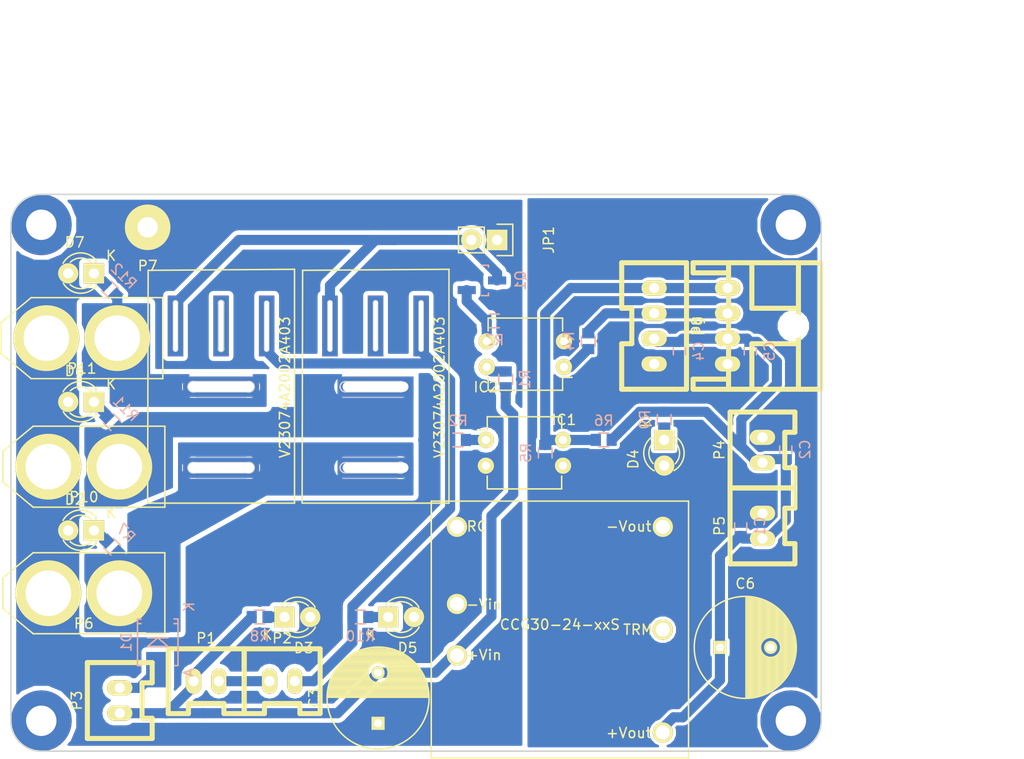
<source format=kicad_pcb>
(kicad_pcb (version 20171130) (host pcbnew "(5.0.2)-1")

  (general
    (thickness 1.6)
    (drawings 52)
    (tracks 122)
    (zones 0)
    (modules 43)
    (nets 27)
  )

  (page A4)
  (layers
    (0 F.Cu signal)
    (31 B.Cu signal)
    (32 B.Adhes user)
    (33 F.Adhes user)
    (34 B.Paste user)
    (35 F.Paste user)
    (36 B.SilkS user)
    (37 F.SilkS user)
    (38 B.Mask user)
    (39 F.Mask user)
    (40 Dwgs.User user)
    (41 Cmts.User user)
    (42 Eco1.User user)
    (43 Eco2.User user)
    (44 Edge.Cuts user)
    (45 Margin user)
    (46 B.CrtYd user)
    (47 F.CrtYd user)
    (48 B.Fab user)
    (49 F.Fab user)
  )

  (setup
    (last_trace_width 0.25)
    (user_trace_width 0.5)
    (user_trace_width 1)
    (trace_clearance 0.2)
    (zone_clearance 0.45)
    (zone_45_only no)
    (trace_min 0.2)
    (segment_width 0.2)
    (edge_width 0.15)
    (via_size 0.8)
    (via_drill 0.4)
    (via_min_size 0.4)
    (via_min_drill 0.3)
    (user_via 6 3)
    (uvia_size 0.3)
    (uvia_drill 0.1)
    (uvias_allowed no)
    (uvia_min_size 0.2)
    (uvia_min_drill 0.1)
    (pcb_text_width 0.3)
    (pcb_text_size 1.5 1.5)
    (mod_edge_width 0.15)
    (mod_text_size 1 1)
    (mod_text_width 0.15)
    (pad_size 1.524 1.524)
    (pad_drill 0.762)
    (pad_to_mask_clearance 0.2)
    (solder_mask_min_width 0.25)
    (aux_axis_origin 0 0)
    (visible_elements 7FFFFFFF)
    (pcbplotparams
      (layerselection 0x01000_fffffffe)
      (usegerberextensions false)
      (usegerberattributes false)
      (usegerberadvancedattributes false)
      (creategerberjobfile false)
      (excludeedgelayer true)
      (linewidth 0.100000)
      (plotframeref false)
      (viasonmask false)
      (mode 1)
      (useauxorigin false)
      (hpglpennumber 1)
      (hpglpenspeed 20)
      (hpglpendiameter 15.000000)
      (psnegative false)
      (psa4output false)
      (plotreference true)
      (plotvalue true)
      (plotinvisibletext false)
      (padsonsilk false)
      (subtractmaskfromsilk false)
      (outputformat 1)
      (mirror false)
      (drillshape 0)
      (scaleselection 1)
      (outputdirectory ""))
  )

  (net 0 "")
  (net 1 +12V)
  (net 2 GND)
  (net 3 +BATT)
  (net 4 GNDPWR)
  (net 5 "Net-(D2-Pad1)")
  (net 6 "Net-(D3-Pad1)")
  (net 7 "Net-(D4-Pad1)")
  (net 8 "Net-(D5-Pad1)")
  (net 9 "Net-(D6-Pad1)")
  (net 10 "Net-(D7-Pad1)")
  (net 11 "Net-(IC1-Pad4)")
  (net 12 "Net-(IC1-Pad3)")
  (net 13 "Net-(IC1-Pad1)")
  (net 14 "Net-(IC2-Pad1)")
  (net 15 /Relay_state)
  (net 16 /24v)
  (net 17 "Net-(P1-Pad1)")
  (net 18 /Coil)
  (net 19 /Forced_shutdown)
  (net 20 /Power_Out)
  (net 21 /Fun_Out)
  (net 22 "Net-(U1-Pad5)")
  (net 23 /Coil_Out)
  (net 24 "Net-(U2-Pad4)")
  (net 25 "Net-(U3-Pad4)")
  (net 26 "Net-(D1-Pad2)")

  (net_class Default "これはデフォルトのネット クラスです。"
    (clearance 0.2)
    (trace_width 0.25)
    (via_dia 0.8)
    (via_drill 0.4)
    (uvia_dia 0.3)
    (uvia_drill 0.1)
    (add_net +12V)
    (add_net +BATT)
    (add_net /24v)
    (add_net /Coil)
    (add_net /Coil_Out)
    (add_net /Forced_shutdown)
    (add_net /Fun_Out)
    (add_net /Power_Out)
    (add_net /Relay_state)
    (add_net GND)
    (add_net GNDPWR)
    (add_net "Net-(D1-Pad2)")
    (add_net "Net-(D2-Pad1)")
    (add_net "Net-(D3-Pad1)")
    (add_net "Net-(D4-Pad1)")
    (add_net "Net-(D5-Pad1)")
    (add_net "Net-(D6-Pad1)")
    (add_net "Net-(D7-Pad1)")
    (add_net "Net-(IC1-Pad1)")
    (add_net "Net-(IC1-Pad3)")
    (add_net "Net-(IC1-Pad4)")
    (add_net "Net-(IC2-Pad1)")
    (add_net "Net-(P1-Pad1)")
    (add_net "Net-(U1-Pad5)")
    (add_net "Net-(U2-Pad4)")
    (add_net "Net-(U3-Pad4)")
  )

  (module TO_SOT_Packages_SMD:SOT-23_Handsoldering (layer B.Cu) (tedit 54E9291B) (tstamp 5C6890F5)
    (at 166.5 60.5 90)
    (descr "SOT-23, Handsoldering")
    (tags SOT-23)
    (path /5C62A97B)
    (attr smd)
    (fp_text reference Q1 (at 0 3.81 90) (layer B.SilkS)
      (effects (font (size 1 1) (thickness 0.15)) (justify mirror))
    )
    (fp_text value MOSFET_N_123 (at 0 -3.81 90) (layer B.Fab)
      (effects (font (size 1 1) (thickness 0.15)) (justify mirror))
    )
    (fp_line (start 1.49982 0.65024) (end 1.49982 -0.0508) (layer B.SilkS) (width 0.15))
    (fp_line (start 1.29916 0.65024) (end 1.49982 0.65024) (layer B.SilkS) (width 0.15))
    (fp_line (start -1.49982 0.65024) (end -1.2509 0.65024) (layer B.SilkS) (width 0.15))
    (fp_line (start -1.49982 -0.0508) (end -1.49982 0.65024) (layer B.SilkS) (width 0.15))
    (pad 3 smd rect (at 0 1.50114 90) (size 0.8001 1.80086) (layers B.Cu B.Paste B.Mask)
      (net 23 /Coil_Out))
    (pad 2 smd rect (at 0.95 -1.50114 90) (size 0.8001 1.80086) (layers B.Cu B.Paste B.Mask)
      (net 4 GNDPWR))
    (pad 1 smd rect (at -0.95 -1.50114 90) (size 0.8001 1.80086) (layers B.Cu B.Paste B.Mask)
      (net 12 "Net-(IC1-Pad3)"))
    (model TO_SOT_Packages_SMD.3dshapes/SOT-23_Handsoldering.wrl
      (at (xyz 0 0 0))
      (scale (xyz 1 1 1))
      (rotate (xyz 0 0 0))
    )
  )

  (module LEDs:LED-3MM (layer F.Cu) (tedit 559B82F6) (tstamp 5C6877CF)
    (at 128.2 72.5 180)
    (descr "LED 3mm round vertical")
    (tags "LED  3mm round vertical")
    (path /5C6497EF)
    (fp_text reference D6 (at 1.91 3.06 180) (layer F.SilkS)
      (effects (font (size 1 1) (thickness 0.15)))
    )
    (fp_text value LED (at 1.3 -2.9 180) (layer F.Fab)
      (effects (font (size 1 1) (thickness 0.15)))
    )
    (fp_line (start -1.2 2.3) (end 3.8 2.3) (layer F.CrtYd) (width 0.05))
    (fp_line (start 3.8 2.3) (end 3.8 -2.2) (layer F.CrtYd) (width 0.05))
    (fp_line (start 3.8 -2.2) (end -1.2 -2.2) (layer F.CrtYd) (width 0.05))
    (fp_line (start -1.2 -2.2) (end -1.2 2.3) (layer F.CrtYd) (width 0.05))
    (fp_line (start -0.199 1.314) (end -0.199 1.114) (layer F.SilkS) (width 0.15))
    (fp_line (start -0.199 -1.28) (end -0.199 -1.1) (layer F.SilkS) (width 0.15))
    (fp_arc (start 1.301 0.034) (end -0.199 -1.286) (angle 108.5) (layer F.SilkS) (width 0.15))
    (fp_arc (start 1.301 0.034) (end 0.25 -1.1) (angle 85.7) (layer F.SilkS) (width 0.15))
    (fp_arc (start 1.311 0.034) (end 3.051 0.994) (angle 110) (layer F.SilkS) (width 0.15))
    (fp_arc (start 1.301 0.034) (end 2.335 1.094) (angle 87.5) (layer F.SilkS) (width 0.15))
    (fp_text user K (at -1.69 1.74 180) (layer F.SilkS)
      (effects (font (size 1 1) (thickness 0.15)))
    )
    (pad 1 thru_hole rect (at 0 0 270) (size 2 2) (drill 1.00076) (layers *.Cu *.Mask F.SilkS)
      (net 9 "Net-(D6-Pad1)"))
    (pad 2 thru_hole circle (at 2.54 0 180) (size 2 2) (drill 1.00076) (layers *.Cu *.Mask F.SilkS)
      (net 4 GNDPWR))
    (model LEDs.3dshapes/LED-3MM.wrl
      (offset (xyz 1.269999980926514 0 0))
      (scale (xyz 1 1 1))
      (rotate (xyz 0 0 90))
    )
  )

  (module RP_KiCAD_Connector:XT60_T (layer F.Cu) (tedit 59A7A6F6) (tstamp 5C65AF78)
    (at 127.2 78.9)
    (path /5C63A084)
    (fp_text reference P10 (at 0 3) (layer F.SilkS)
      (effects (font (size 1 1) (thickness 0.15)))
    )
    (fp_text value POWER_OUT (at 0 -3) (layer F.Fab)
      (effects (font (size 1 1) (thickness 0.15)))
    )
    (fp_line (start -8 1.5) (end -5 4) (layer F.SilkS) (width 0.15))
    (fp_line (start -5 4) (end 8 4) (layer F.SilkS) (width 0.15))
    (fp_line (start -8 -1.5) (end -5 -4) (layer F.SilkS) (width 0.15))
    (fp_line (start -5 -4) (end 8 -4) (layer F.SilkS) (width 0.15))
    (fp_line (start -8 -1.5) (end -8 1.5) (layer F.SilkS) (width 0.15))
    (fp_line (start 8 -4) (end 8 4) (layer F.SilkS) (width 0.15))
    (pad 1 thru_hole circle (at -3.5 0) (size 6.5 6.5) (drill 4.5) (layers *.Cu *.Mask F.SilkS)
      (net 4 GNDPWR))
    (pad 2 thru_hole circle (at 3.5 0) (size 6.5 6.5) (drill 4.5) (layers *.Cu *.Mask F.SilkS)
      (net 20 /Power_Out))
    (model conn_XT/XT60_M.wrl
      (at (xyz 0 0 0))
      (scale (xyz 4 4 4))
      (rotate (xyz 0 0 0))
    )
  )

  (module Resistors_SMD:R_0603 (layer B.Cu) (tedit 581D9C24) (tstamp 5C65AFFC)
    (at 130 74.5 135)
    (descr "Resistor SMD 0603, reflow soldering, Vishay (see dcrcw.pdf)")
    (tags "resistor 0603")
    (path /5C6497F5)
    (attr smd)
    (fp_text reference R11 (at 0 1.9 135) (layer B.SilkS)
      (effects (font (size 1 1) (thickness 0.15)) (justify mirror))
    )
    (fp_text value 4.7k (at 0 -1.9 135) (layer B.Fab)
      (effects (font (size 1 1) (thickness 0.15)) (justify mirror))
    )
    (fp_line (start -1.3 0.8) (end 1.3 0.8) (layer B.CrtYd) (width 0.05))
    (fp_line (start -1.3 -0.8) (end 1.3 -0.8) (layer B.CrtYd) (width 0.05))
    (fp_line (start -1.3 0.8) (end -1.3 -0.8) (layer B.CrtYd) (width 0.05))
    (fp_line (start 1.3 0.8) (end 1.3 -0.8) (layer B.CrtYd) (width 0.05))
    (fp_line (start 0.5 -0.675) (end -0.5 -0.675) (layer B.SilkS) (width 0.15))
    (fp_line (start -0.5 0.675) (end 0.5 0.675) (layer B.SilkS) (width 0.15))
    (pad 1 smd rect (at -0.78 0 135) (size 1 1.2) (layers B.Cu B.Paste B.Mask)
      (net 20 /Power_Out))
    (pad 2 smd rect (at 0.78 0 135) (size 1 1.2) (layers B.Cu B.Paste B.Mask)
      (net 9 "Net-(D6-Pad1)"))
    (model Resistors_SMD.3dshapes/R_0603.wrl
      (at (xyz 0 0 0))
      (scale (xyz 1 1 1))
      (rotate (xyz 0 0 0))
    )
  )

  (module Capacitors_SMD:C_0603 (layer B.Cu) (tedit 581D9BE1) (tstamp 5C689456)
    (at 192.05 84.8 90)
    (descr "Capacitor SMD 0603, reflow soldering, AVX (see smccp.pdf)")
    (tags "capacitor 0603")
    (path /5C5F8BB1)
    (attr smd)
    (fp_text reference C1 (at 0 1.9 90) (layer B.SilkS)
      (effects (font (size 1 1) (thickness 0.15)) (justify mirror))
    )
    (fp_text value 0.1u (at 0 -1.9 90) (layer B.Fab)
      (effects (font (size 1 1) (thickness 0.15)) (justify mirror))
    )
    (fp_line (start -0.8 -0.4) (end -0.8 0.4) (layer B.Fab) (width 0.15))
    (fp_line (start 0.8 -0.4) (end -0.8 -0.4) (layer B.Fab) (width 0.15))
    (fp_line (start 0.8 0.4) (end 0.8 -0.4) (layer B.Fab) (width 0.15))
    (fp_line (start -0.8 0.4) (end 0.8 0.4) (layer B.Fab) (width 0.15))
    (fp_line (start -1.45 0.75) (end 1.45 0.75) (layer B.CrtYd) (width 0.05))
    (fp_line (start -1.45 -0.75) (end 1.45 -0.75) (layer B.CrtYd) (width 0.05))
    (fp_line (start -1.45 0.75) (end -1.45 -0.75) (layer B.CrtYd) (width 0.05))
    (fp_line (start 1.45 0.75) (end 1.45 -0.75) (layer B.CrtYd) (width 0.05))
    (fp_line (start -0.35 0.6) (end 0.35 0.6) (layer B.SilkS) (width 0.15))
    (fp_line (start 0.35 -0.6) (end -0.35 -0.6) (layer B.SilkS) (width 0.15))
    (pad 1 smd rect (at -0.95 0 90) (size 1 1.2) (layers B.Cu B.Paste B.Mask)
      (net 1 +12V))
    (pad 2 smd rect (at 0.93 0 90) (size 1 1.2) (layers B.Cu B.Paste B.Mask)
      (net 2 GND))
    (model Capacitors_SMD.3dshapes/C_0603.wrl
      (at (xyz 0 0 0))
      (scale (xyz 1 1 1))
      (rotate (xyz 0 0 0))
    )
  )

  (module Capacitors_SMD:C_0603 (layer B.Cu) (tedit 581D9BE1) (tstamp 5C689483)
    (at 196.5 77.2 90)
    (descr "Capacitor SMD 0603, reflow soldering, AVX (see smccp.pdf)")
    (tags "capacitor 0603")
    (path /5C5F91D8)
    (attr smd)
    (fp_text reference C2 (at 0 1.9 90) (layer B.SilkS)
      (effects (font (size 1 1) (thickness 0.15)) (justify mirror))
    )
    (fp_text value 0.1u (at 0 -1.9 90) (layer B.Fab)
      (effects (font (size 1 1) (thickness 0.15)) (justify mirror))
    )
    (fp_line (start 0.35 -0.6) (end -0.35 -0.6) (layer B.SilkS) (width 0.15))
    (fp_line (start -0.35 0.6) (end 0.35 0.6) (layer B.SilkS) (width 0.15))
    (fp_line (start 1.45 0.75) (end 1.45 -0.75) (layer B.CrtYd) (width 0.05))
    (fp_line (start -1.45 0.75) (end -1.45 -0.75) (layer B.CrtYd) (width 0.05))
    (fp_line (start -1.45 -0.75) (end 1.45 -0.75) (layer B.CrtYd) (width 0.05))
    (fp_line (start -1.45 0.75) (end 1.45 0.75) (layer B.CrtYd) (width 0.05))
    (fp_line (start -0.8 0.4) (end 0.8 0.4) (layer B.Fab) (width 0.15))
    (fp_line (start 0.8 0.4) (end 0.8 -0.4) (layer B.Fab) (width 0.15))
    (fp_line (start 0.8 -0.4) (end -0.8 -0.4) (layer B.Fab) (width 0.15))
    (fp_line (start -0.8 -0.4) (end -0.8 0.4) (layer B.Fab) (width 0.15))
    (pad 2 smd rect (at 0.93 0 90) (size 1 1.2) (layers B.Cu B.Paste B.Mask)
      (net 2 GND))
    (pad 1 smd rect (at -0.95 0 90) (size 1 1.2) (layers B.Cu B.Paste B.Mask)
      (net 1 +12V))
    (model Capacitors_SMD.3dshapes/C_0603.wrl
      (at (xyz 0 0 0))
      (scale (xyz 1 1 1))
      (rotate (xyz 0 0 0))
    )
  )

  (module Capacitors_SMD:C_0603 (layer B.Cu) (tedit 581D9BE1) (tstamp 5C65AE4F)
    (at 186 67.5 90)
    (descr "Capacitor SMD 0603, reflow soldering, AVX (see smccp.pdf)")
    (tags "capacitor 0603")
    (path /5C624173)
    (attr smd)
    (fp_text reference C4 (at 0 1.9 90) (layer B.SilkS)
      (effects (font (size 1 1) (thickness 0.15)) (justify mirror))
    )
    (fp_text value 0.1u (at 0 -1.9 90) (layer B.Fab)
      (effects (font (size 1 1) (thickness 0.15)) (justify mirror))
    )
    (fp_line (start 0.35 -0.6) (end -0.35 -0.6) (layer B.SilkS) (width 0.15))
    (fp_line (start -0.35 0.6) (end 0.35 0.6) (layer B.SilkS) (width 0.15))
    (fp_line (start 1.45 0.75) (end 1.45 -0.75) (layer B.CrtYd) (width 0.05))
    (fp_line (start -1.45 0.75) (end -1.45 -0.75) (layer B.CrtYd) (width 0.05))
    (fp_line (start -1.45 -0.75) (end 1.45 -0.75) (layer B.CrtYd) (width 0.05))
    (fp_line (start -1.45 0.75) (end 1.45 0.75) (layer B.CrtYd) (width 0.05))
    (fp_line (start -0.8 0.4) (end 0.8 0.4) (layer B.Fab) (width 0.15))
    (fp_line (start 0.8 0.4) (end 0.8 -0.4) (layer B.Fab) (width 0.15))
    (fp_line (start 0.8 -0.4) (end -0.8 -0.4) (layer B.Fab) (width 0.15))
    (fp_line (start -0.8 -0.4) (end -0.8 0.4) (layer B.Fab) (width 0.15))
    (pad 2 smd rect (at 0.93 0 90) (size 1 1.2) (layers B.Cu B.Paste B.Mask)
      (net 1 +12V))
    (pad 1 smd rect (at -0.95 0 90) (size 1 1.2) (layers B.Cu B.Paste B.Mask)
      (net 2 GND))
    (model Capacitors_SMD.3dshapes/C_0603.wrl
      (at (xyz 0 0 0))
      (scale (xyz 1 1 1))
      (rotate (xyz 0 0 0))
    )
  )

  (module Capacitors_SMD:C_0603 (layer B.Cu) (tedit 581D9BE1) (tstamp 5C65AE5F)
    (at 193 67.5 90)
    (descr "Capacitor SMD 0603, reflow soldering, AVX (see smccp.pdf)")
    (tags "capacitor 0603")
    (path /5C63DCC1)
    (attr smd)
    (fp_text reference C5 (at 0 1.9 90) (layer B.SilkS)
      (effects (font (size 1 1) (thickness 0.15)) (justify mirror))
    )
    (fp_text value 0.1u (at 0 -1.9 90) (layer B.Fab)
      (effects (font (size 1 1) (thickness 0.15)) (justify mirror))
    )
    (fp_line (start -0.8 -0.4) (end -0.8 0.4) (layer B.Fab) (width 0.15))
    (fp_line (start 0.8 -0.4) (end -0.8 -0.4) (layer B.Fab) (width 0.15))
    (fp_line (start 0.8 0.4) (end 0.8 -0.4) (layer B.Fab) (width 0.15))
    (fp_line (start -0.8 0.4) (end 0.8 0.4) (layer B.Fab) (width 0.15))
    (fp_line (start -1.45 0.75) (end 1.45 0.75) (layer B.CrtYd) (width 0.05))
    (fp_line (start -1.45 -0.75) (end 1.45 -0.75) (layer B.CrtYd) (width 0.05))
    (fp_line (start -1.45 0.75) (end -1.45 -0.75) (layer B.CrtYd) (width 0.05))
    (fp_line (start 1.45 0.75) (end 1.45 -0.75) (layer B.CrtYd) (width 0.05))
    (fp_line (start -0.35 0.6) (end 0.35 0.6) (layer B.SilkS) (width 0.15))
    (fp_line (start 0.35 -0.6) (end -0.35 -0.6) (layer B.SilkS) (width 0.15))
    (pad 1 smd rect (at -0.95 0 90) (size 1 1.2) (layers B.Cu B.Paste B.Mask)
      (net 2 GND))
    (pad 2 smd rect (at 0.93 0 90) (size 1 1.2) (layers B.Cu B.Paste B.Mask)
      (net 1 +12V))
    (model Capacitors_SMD.3dshapes/C_0603.wrl
      (at (xyz 0 0 0))
      (scale (xyz 1 1 1))
      (rotate (xyz 0 0 0))
    )
  )

  (module LEDs:LED-3MM (layer F.Cu) (tedit 559B82F6) (tstamp 5C6877FF)
    (at 128.2 85.2 180)
    (descr "LED 3mm round vertical")
    (tags "LED  3mm round vertical")
    (path /5C55BC9C)
    (fp_text reference D2 (at 1.91 3.06 180) (layer F.SilkS)
      (effects (font (size 1 1) (thickness 0.15)))
    )
    (fp_text value LED (at 1.3 -2.9 180) (layer F.Fab)
      (effects (font (size 1 1) (thickness 0.15)))
    )
    (fp_text user K (at -1.69 1.74 180) (layer F.SilkS)
      (effects (font (size 1 1) (thickness 0.15)))
    )
    (fp_arc (start 1.301 0.034) (end 2.335 1.094) (angle 87.5) (layer F.SilkS) (width 0.15))
    (fp_arc (start 1.311 0.034) (end 3.051 0.994) (angle 110) (layer F.SilkS) (width 0.15))
    (fp_arc (start 1.301 0.034) (end 0.25 -1.1) (angle 85.7) (layer F.SilkS) (width 0.15))
    (fp_arc (start 1.301 0.034) (end -0.199 -1.286) (angle 108.5) (layer F.SilkS) (width 0.15))
    (fp_line (start -0.199 -1.28) (end -0.199 -1.1) (layer F.SilkS) (width 0.15))
    (fp_line (start -0.199 1.314) (end -0.199 1.114) (layer F.SilkS) (width 0.15))
    (fp_line (start -1.2 -2.2) (end -1.2 2.3) (layer F.CrtYd) (width 0.05))
    (fp_line (start 3.8 -2.2) (end -1.2 -2.2) (layer F.CrtYd) (width 0.05))
    (fp_line (start 3.8 2.3) (end 3.8 -2.2) (layer F.CrtYd) (width 0.05))
    (fp_line (start -1.2 2.3) (end 3.8 2.3) (layer F.CrtYd) (width 0.05))
    (pad 2 thru_hole circle (at 2.54 0 180) (size 2 2) (drill 1.00076) (layers *.Cu *.Mask F.SilkS)
      (net 4 GNDPWR))
    (pad 1 thru_hole rect (at 0 0 270) (size 2 2) (drill 1.00076) (layers *.Cu *.Mask F.SilkS)
      (net 5 "Net-(D2-Pad1)"))
    (model LEDs.3dshapes/LED-3MM.wrl
      (offset (xyz 1.269999980926514 0 0))
      (scale (xyz 1 1 1))
      (rotate (xyz 0 0 90))
    )
  )

  (module LEDs:LED-3MM (layer F.Cu) (tedit 559B82F6) (tstamp 5C65AE98)
    (at 147.01 93.75)
    (descr "LED 3mm round vertical")
    (tags "LED  3mm round vertical")
    (path /5C55BD95)
    (fp_text reference D3 (at 1.91 3.06) (layer F.SilkS)
      (effects (font (size 1 1) (thickness 0.15)))
    )
    (fp_text value LED (at 1.3 -2.9) (layer F.Fab)
      (effects (font (size 1 1) (thickness 0.15)))
    )
    (fp_text user K (at -1.69 1.74) (layer F.SilkS)
      (effects (font (size 1 1) (thickness 0.15)))
    )
    (fp_arc (start 1.301 0.034) (end 2.335 1.094) (angle 87.5) (layer F.SilkS) (width 0.15))
    (fp_arc (start 1.311 0.034) (end 3.051 0.994) (angle 110) (layer F.SilkS) (width 0.15))
    (fp_arc (start 1.301 0.034) (end 0.25 -1.1) (angle 85.7) (layer F.SilkS) (width 0.15))
    (fp_arc (start 1.301 0.034) (end -0.199 -1.286) (angle 108.5) (layer F.SilkS) (width 0.15))
    (fp_line (start -0.199 -1.28) (end -0.199 -1.1) (layer F.SilkS) (width 0.15))
    (fp_line (start -0.199 1.314) (end -0.199 1.114) (layer F.SilkS) (width 0.15))
    (fp_line (start -1.2 -2.2) (end -1.2 2.3) (layer F.CrtYd) (width 0.05))
    (fp_line (start 3.8 -2.2) (end -1.2 -2.2) (layer F.CrtYd) (width 0.05))
    (fp_line (start 3.8 2.3) (end 3.8 -2.2) (layer F.CrtYd) (width 0.05))
    (fp_line (start -1.2 2.3) (end 3.8 2.3) (layer F.CrtYd) (width 0.05))
    (pad 2 thru_hole circle (at 2.54 0) (size 2 2) (drill 1.00076) (layers *.Cu *.Mask F.SilkS)
      (net 4 GNDPWR))
    (pad 1 thru_hole rect (at 0 0 90) (size 2 2) (drill 1.00076) (layers *.Cu *.Mask F.SilkS)
      (net 6 "Net-(D3-Pad1)"))
    (model LEDs.3dshapes/LED-3MM.wrl
      (offset (xyz 1.269999980926514 0 0))
      (scale (xyz 1 1 1))
      (rotate (xyz 0 0 90))
    )
  )

  (module LEDs:LED-3MM (layer F.Cu) (tedit 559B82F6) (tstamp 5C65AEA9)
    (at 184.5 76.25 270)
    (descr "LED 3mm round vertical")
    (tags "LED  3mm round vertical")
    (path /5C55BE1E)
    (fp_text reference D4 (at 1.91 3.06 270) (layer F.SilkS)
      (effects (font (size 1 1) (thickness 0.15)))
    )
    (fp_text value LED (at 1.3 -2.9 270) (layer F.Fab)
      (effects (font (size 1 1) (thickness 0.15)))
    )
    (fp_line (start -1.2 2.3) (end 3.8 2.3) (layer F.CrtYd) (width 0.05))
    (fp_line (start 3.8 2.3) (end 3.8 -2.2) (layer F.CrtYd) (width 0.05))
    (fp_line (start 3.8 -2.2) (end -1.2 -2.2) (layer F.CrtYd) (width 0.05))
    (fp_line (start -1.2 -2.2) (end -1.2 2.3) (layer F.CrtYd) (width 0.05))
    (fp_line (start -0.199 1.314) (end -0.199 1.114) (layer F.SilkS) (width 0.15))
    (fp_line (start -0.199 -1.28) (end -0.199 -1.1) (layer F.SilkS) (width 0.15))
    (fp_arc (start 1.301 0.034) (end -0.199 -1.286) (angle 108.5) (layer F.SilkS) (width 0.15))
    (fp_arc (start 1.301 0.034) (end 0.25 -1.1) (angle 85.7) (layer F.SilkS) (width 0.15))
    (fp_arc (start 1.311 0.034) (end 3.051 0.994) (angle 110) (layer F.SilkS) (width 0.15))
    (fp_arc (start 1.301 0.034) (end 2.335 1.094) (angle 87.5) (layer F.SilkS) (width 0.15))
    (fp_text user K (at -1.69 1.74 270) (layer F.SilkS)
      (effects (font (size 1 1) (thickness 0.15)))
    )
    (pad 1 thru_hole rect (at 0 0) (size 2 2) (drill 1.00076) (layers *.Cu *.Mask F.SilkS)
      (net 7 "Net-(D4-Pad1)"))
    (pad 2 thru_hole circle (at 2.54 0 270) (size 2 2) (drill 1.00076) (layers *.Cu *.Mask F.SilkS)
      (net 2 GND))
    (model LEDs.3dshapes/LED-3MM.wrl
      (offset (xyz 1.269999980926514 0 0))
      (scale (xyz 1 1 1))
      (rotate (xyz 0 0 90))
    )
  )

  (module LEDs:LED-3MM (layer F.Cu) (tedit 559B82F6) (tstamp 5C65AEBA)
    (at 157.25 93.75)
    (descr "LED 3mm round vertical")
    (tags "LED  3mm round vertical")
    (path /5C55C32E)
    (fp_text reference D5 (at 1.91 3.06) (layer F.SilkS)
      (effects (font (size 1 1) (thickness 0.15)))
    )
    (fp_text value LED (at 1.3 -2.9) (layer F.Fab)
      (effects (font (size 1 1) (thickness 0.15)))
    )
    (fp_text user K (at -1.69 1.74) (layer F.SilkS)
      (effects (font (size 1 1) (thickness 0.15)))
    )
    (fp_arc (start 1.301 0.034) (end 2.335 1.094) (angle 87.5) (layer F.SilkS) (width 0.15))
    (fp_arc (start 1.311 0.034) (end 3.051 0.994) (angle 110) (layer F.SilkS) (width 0.15))
    (fp_arc (start 1.301 0.034) (end 0.25 -1.1) (angle 85.7) (layer F.SilkS) (width 0.15))
    (fp_arc (start 1.301 0.034) (end -0.199 -1.286) (angle 108.5) (layer F.SilkS) (width 0.15))
    (fp_line (start -0.199 -1.28) (end -0.199 -1.1) (layer F.SilkS) (width 0.15))
    (fp_line (start -0.199 1.314) (end -0.199 1.114) (layer F.SilkS) (width 0.15))
    (fp_line (start -1.2 -2.2) (end -1.2 2.3) (layer F.CrtYd) (width 0.05))
    (fp_line (start 3.8 -2.2) (end -1.2 -2.2) (layer F.CrtYd) (width 0.05))
    (fp_line (start 3.8 2.3) (end 3.8 -2.2) (layer F.CrtYd) (width 0.05))
    (fp_line (start -1.2 2.3) (end 3.8 2.3) (layer F.CrtYd) (width 0.05))
    (pad 2 thru_hole circle (at 2.54 0) (size 2 2) (drill 1.00076) (layers *.Cu *.Mask F.SilkS)
      (net 4 GNDPWR))
    (pad 1 thru_hole rect (at 0 0 90) (size 2 2) (drill 1.00076) (layers *.Cu *.Mask F.SilkS)
      (net 8 "Net-(D5-Pad1)"))
    (model LEDs.3dshapes/LED-3MM.wrl
      (offset (xyz 1.269999980926514 0 0))
      (scale (xyz 1 1 1))
      (rotate (xyz 0 0 90))
    )
  )

  (module LEDs:LED-3MM (layer F.Cu) (tedit 559B82F6) (tstamp 5C68779F)
    (at 128.2 59.8 180)
    (descr "LED 3mm round vertical")
    (tags "LED  3mm round vertical")
    (path /5C64B009)
    (fp_text reference D7 (at 1.91 3.06 180) (layer F.SilkS)
      (effects (font (size 1 1) (thickness 0.15)))
    )
    (fp_text value LED (at 1.3 -2.9 180) (layer F.Fab)
      (effects (font (size 1 1) (thickness 0.15)))
    )
    (fp_line (start -1.2 2.3) (end 3.8 2.3) (layer F.CrtYd) (width 0.05))
    (fp_line (start 3.8 2.3) (end 3.8 -2.2) (layer F.CrtYd) (width 0.05))
    (fp_line (start 3.8 -2.2) (end -1.2 -2.2) (layer F.CrtYd) (width 0.05))
    (fp_line (start -1.2 -2.2) (end -1.2 2.3) (layer F.CrtYd) (width 0.05))
    (fp_line (start -0.199 1.314) (end -0.199 1.114) (layer F.SilkS) (width 0.15))
    (fp_line (start -0.199 -1.28) (end -0.199 -1.1) (layer F.SilkS) (width 0.15))
    (fp_arc (start 1.301 0.034) (end -0.199 -1.286) (angle 108.5) (layer F.SilkS) (width 0.15))
    (fp_arc (start 1.301 0.034) (end 0.25 -1.1) (angle 85.7) (layer F.SilkS) (width 0.15))
    (fp_arc (start 1.311 0.034) (end 3.051 0.994) (angle 110) (layer F.SilkS) (width 0.15))
    (fp_arc (start 1.301 0.034) (end 2.335 1.094) (angle 87.5) (layer F.SilkS) (width 0.15))
    (fp_text user K (at -1.69 1.74 180) (layer F.SilkS)
      (effects (font (size 1 1) (thickness 0.15)))
    )
    (pad 1 thru_hole rect (at 0 0 270) (size 2 2) (drill 1.00076) (layers *.Cu *.Mask F.SilkS)
      (net 10 "Net-(D7-Pad1)"))
    (pad 2 thru_hole circle (at 2.54 0 180) (size 2 2) (drill 1.00076) (layers *.Cu *.Mask F.SilkS)
      (net 4 GNDPWR))
    (model LEDs.3dshapes/LED-3MM.wrl
      (offset (xyz 1.269999980926514 0 0))
      (scale (xyz 1 1 1))
      (rotate (xyz 0 0 90))
    )
  )

  (module Housings_DIP:DIP-4_W7.62mm (layer F.Cu) (tedit 54130A77) (tstamp 5C68903D)
    (at 174.6 69.05 180)
    (descr "4-lead dip package, row spacing 7.62 mm (300 mils)")
    (tags "dil dip 2.54 300")
    (path /5C622CB4)
    (fp_text reference IC1 (at 0 -5.22 180) (layer F.SilkS)
      (effects (font (size 1 1) (thickness 0.15)))
    )
    (fp_text value TLP291 (at 0 -3.72 180) (layer F.Fab)
      (effects (font (size 1 1) (thickness 0.15)))
    )
    (fp_line (start -1.05 -2.45) (end -1.05 5) (layer F.CrtYd) (width 0.05))
    (fp_line (start 8.65 -2.45) (end 8.65 5) (layer F.CrtYd) (width 0.05))
    (fp_line (start -1.05 -2.45) (end 8.65 -2.45) (layer F.CrtYd) (width 0.05))
    (fp_line (start -1.05 5) (end 8.65 5) (layer F.CrtYd) (width 0.05))
    (fp_line (start 0.135 -2.295) (end 0.135 -1.025) (layer F.SilkS) (width 0.15))
    (fp_line (start 7.485 -2.295) (end 7.485 -1.025) (layer F.SilkS) (width 0.15))
    (fp_line (start 7.485 4.835) (end 7.485 3.565) (layer F.SilkS) (width 0.15))
    (fp_line (start 0.135 4.835) (end 0.135 3.565) (layer F.SilkS) (width 0.15))
    (fp_line (start 0.135 -2.295) (end 7.485 -2.295) (layer F.SilkS) (width 0.15))
    (fp_line (start 0.135 4.835) (end 7.485 4.835) (layer F.SilkS) (width 0.15))
    (fp_line (start 0.135 -1.025) (end -0.8 -1.025) (layer F.SilkS) (width 0.15))
    (pad 1 thru_hole oval (at 0 0 180) (size 1.6 1.6) (drill 0.8) (layers *.Cu *.Mask F.SilkS)
      (net 13 "Net-(IC1-Pad1)"))
    (pad 2 thru_hole oval (at 0 2.54 180) (size 1.6 1.6) (drill 0.8) (layers *.Cu *.Mask F.SilkS)
      (net 2 GND))
    (pad 3 thru_hole oval (at 7.62 2.54 180) (size 1.6 1.6) (drill 0.8) (layers *.Cu *.Mask F.SilkS)
      (net 12 "Net-(IC1-Pad3)"))
    (pad 4 thru_hole oval (at 7.62 0 180) (size 1.6 1.6) (drill 0.8) (layers *.Cu *.Mask F.SilkS)
      (net 11 "Net-(IC1-Pad4)"))
    (model Housings_DIP.3dshapes/DIP-4_W7.62mm.wrl
      (at (xyz 0 0 0))
      (scale (xyz 1 1 1))
      (rotate (xyz 0 0 0))
    )
  )

  (module Housings_DIP:DIP-4_W7.62mm (layer F.Cu) (tedit 54130A77) (tstamp 5C689007)
    (at 166.89 76.26)
    (descr "4-lead dip package, row spacing 7.62 mm (300 mils)")
    (tags "dil dip 2.54 300")
    (path /5C622E9E)
    (fp_text reference IC2 (at 0 -5.22) (layer F.SilkS)
      (effects (font (size 1 1) (thickness 0.15)))
    )
    (fp_text value TLP291 (at 0 -3.72) (layer F.Fab)
      (effects (font (size 1 1) (thickness 0.15)))
    )
    (fp_line (start -1.05 -2.45) (end -1.05 5) (layer F.CrtYd) (width 0.05))
    (fp_line (start 8.65 -2.45) (end 8.65 5) (layer F.CrtYd) (width 0.05))
    (fp_line (start -1.05 -2.45) (end 8.65 -2.45) (layer F.CrtYd) (width 0.05))
    (fp_line (start -1.05 5) (end 8.65 5) (layer F.CrtYd) (width 0.05))
    (fp_line (start 0.135 -2.295) (end 0.135 -1.025) (layer F.SilkS) (width 0.15))
    (fp_line (start 7.485 -2.295) (end 7.485 -1.025) (layer F.SilkS) (width 0.15))
    (fp_line (start 7.485 4.835) (end 7.485 3.565) (layer F.SilkS) (width 0.15))
    (fp_line (start 0.135 4.835) (end 0.135 3.565) (layer F.SilkS) (width 0.15))
    (fp_line (start 0.135 -2.295) (end 7.485 -2.295) (layer F.SilkS) (width 0.15))
    (fp_line (start 0.135 4.835) (end 7.485 4.835) (layer F.SilkS) (width 0.15))
    (fp_line (start 0.135 -1.025) (end -0.8 -1.025) (layer F.SilkS) (width 0.15))
    (pad 1 thru_hole oval (at 0 0) (size 1.6 1.6) (drill 0.8) (layers *.Cu *.Mask F.SilkS)
      (net 14 "Net-(IC2-Pad1)"))
    (pad 2 thru_hole oval (at 0 2.54) (size 1.6 1.6) (drill 0.8) (layers *.Cu *.Mask F.SilkS)
      (net 4 GNDPWR))
    (pad 3 thru_hole oval (at 7.62 2.54) (size 1.6 1.6) (drill 0.8) (layers *.Cu *.Mask F.SilkS)
      (net 2 GND))
    (pad 4 thru_hole oval (at 7.62 0) (size 1.6 1.6) (drill 0.8) (layers *.Cu *.Mask F.SilkS)
      (net 15 /Relay_state))
    (model Housings_DIP.3dshapes/DIP-4_W7.62mm.wrl
      (at (xyz 0 0 0))
      (scale (xyz 1 1 1))
      (rotate (xyz 0 0 0))
    )
  )

  (module RP_KiCAD_Connector:XA_2T (layer F.Cu) (tedit 5943A9DF) (tstamp 5C65AF10)
    (at 138.03 100.09)
    (path /5C6365C7)
    (fp_text reference P1 (at 1.25 -4.25) (layer F.SilkS)
      (effects (font (size 1 1) (thickness 0.15)))
    )
    (fp_text value EMERGENCY (at 0 -0.5) (layer F.Fab)
      (effects (font (size 1 1) (thickness 0.15)))
    )
    (fp_line (start -2.5 3.2) (end -0.5 3.2) (layer F.SilkS) (width 0.5))
    (fp_line (start -0.5 3.2) (end -0.5 2.2) (layer F.SilkS) (width 0.5))
    (fp_line (start -0.5 2.2) (end 3 2.2) (layer F.SilkS) (width 0.5))
    (fp_line (start 3 2.2) (end 3 3.2) (layer F.SilkS) (width 0.5))
    (fp_line (start 3 3.2) (end 5 3.2) (layer F.SilkS) (width 0.5))
    (fp_line (start -2.5 -3.2) (end -2.5 3.2) (layer F.SilkS) (width 0.5))
    (fp_line (start 5 3.2) (end 5 -3.2) (layer F.SilkS) (width 0.5))
    (fp_line (start 5 -3.2) (end -2.5 -3.2) (layer F.SilkS) (width 0.5))
    (pad 2 thru_hole oval (at 0 0) (size 1.5 2.5) (drill 1) (layers *.Cu *.Mask F.SilkS)
      (net 16 /24v))
    (pad 1 thru_hole oval (at 2.5 0) (size 1.5 2.5) (drill 1) (layers *.Cu *.Mask F.SilkS)
      (net 17 "Net-(P1-Pad1)"))
    (model conn_XA/XA_2T.wrl
      (offset (xyz 1.269999980926514 0 0))
      (scale (xyz 4 4 4))
      (rotate (xyz -90 0 0))
    )
  )

  (module RP_KiCAD_Connector:XA_2T (layer F.Cu) (tedit 5943A9DF) (tstamp 5C687573)
    (at 145.53 100.09)
    (path /5C636386)
    (fp_text reference P2 (at 1.25 -4.25) (layer F.SilkS)
      (effects (font (size 1 1) (thickness 0.15)))
    )
    (fp_text value EMERGENCY (at 0 -0.5) (layer F.Fab)
      (effects (font (size 1 1) (thickness 0.15)))
    )
    (fp_line (start 5 -3.2) (end -2.5 -3.2) (layer F.SilkS) (width 0.5))
    (fp_line (start 5 3.2) (end 5 -3.2) (layer F.SilkS) (width 0.5))
    (fp_line (start -2.5 -3.2) (end -2.5 3.2) (layer F.SilkS) (width 0.5))
    (fp_line (start 3 3.2) (end 5 3.2) (layer F.SilkS) (width 0.5))
    (fp_line (start 3 2.2) (end 3 3.2) (layer F.SilkS) (width 0.5))
    (fp_line (start -0.5 2.2) (end 3 2.2) (layer F.SilkS) (width 0.5))
    (fp_line (start -0.5 3.2) (end -0.5 2.2) (layer F.SilkS) (width 0.5))
    (fp_line (start -2.5 3.2) (end -0.5 3.2) (layer F.SilkS) (width 0.5))
    (pad 1 thru_hole oval (at 2.5 0) (size 1.5 2.5) (drill 1) (layers *.Cu *.Mask F.SilkS)
      (net 18 /Coil))
    (pad 2 thru_hole oval (at 0 0) (size 1.5 2.5) (drill 1) (layers *.Cu *.Mask F.SilkS)
      (net 17 "Net-(P1-Pad1)"))
    (model conn_XA/XA_2T.wrl
      (offset (xyz 1.269999980926514 0 0))
      (scale (xyz 4 4 4))
      (rotate (xyz -90 0 0))
    )
  )

  (module RP_KiCAD_Connector:XA_2T (layer F.Cu) (tedit 5943A9DF) (tstamp 5C68942D)
    (at 194.2 78.5 90)
    (path /5C5F890B)
    (fp_text reference P4 (at 1.25 -4.25 90) (layer F.SilkS)
      (effects (font (size 1 1) (thickness 0.15)))
    )
    (fp_text value 12v (at 0 -0.5 90) (layer F.Fab)
      (effects (font (size 1 1) (thickness 0.15)))
    )
    (fp_line (start -2.5 3.2) (end -0.5 3.2) (layer F.SilkS) (width 0.5))
    (fp_line (start -0.5 3.2) (end -0.5 2.2) (layer F.SilkS) (width 0.5))
    (fp_line (start -0.5 2.2) (end 3 2.2) (layer F.SilkS) (width 0.5))
    (fp_line (start 3 2.2) (end 3 3.2) (layer F.SilkS) (width 0.5))
    (fp_line (start 3 3.2) (end 5 3.2) (layer F.SilkS) (width 0.5))
    (fp_line (start -2.5 -3.2) (end -2.5 3.2) (layer F.SilkS) (width 0.5))
    (fp_line (start 5 3.2) (end 5 -3.2) (layer F.SilkS) (width 0.5))
    (fp_line (start 5 -3.2) (end -2.5 -3.2) (layer F.SilkS) (width 0.5))
    (pad 2 thru_hole oval (at 0 0 90) (size 1.5 2.5) (drill 1) (layers *.Cu *.Mask F.SilkS)
      (net 1 +12V))
    (pad 1 thru_hole oval (at 2.5 0 90) (size 1.5 2.5) (drill 1) (layers *.Cu *.Mask F.SilkS)
      (net 2 GND))
    (model conn_XA/XA_2T.wrl
      (offset (xyz 1.269999980926514 0 0))
      (scale (xyz 4 4 4))
      (rotate (xyz -90 0 0))
    )
  )

  (module RP_KiCAD_Connector:XA_2T (layer F.Cu) (tedit 5943A9DF) (tstamp 5C689406)
    (at 194.2 86 90)
    (path /5C5F91CC)
    (fp_text reference P5 (at 1.25 -4.25 90) (layer F.SilkS)
      (effects (font (size 1 1) (thickness 0.15)))
    )
    (fp_text value 12v (at 0 -0.5 90) (layer F.Fab)
      (effects (font (size 1 1) (thickness 0.15)))
    )
    (fp_line (start 5 -3.2) (end -2.5 -3.2) (layer F.SilkS) (width 0.5))
    (fp_line (start 5 3.2) (end 5 -3.2) (layer F.SilkS) (width 0.5))
    (fp_line (start -2.5 -3.2) (end -2.5 3.2) (layer F.SilkS) (width 0.5))
    (fp_line (start 3 3.2) (end 5 3.2) (layer F.SilkS) (width 0.5))
    (fp_line (start 3 2.2) (end 3 3.2) (layer F.SilkS) (width 0.5))
    (fp_line (start -0.5 2.2) (end 3 2.2) (layer F.SilkS) (width 0.5))
    (fp_line (start -0.5 3.2) (end -0.5 2.2) (layer F.SilkS) (width 0.5))
    (fp_line (start -2.5 3.2) (end -0.5 3.2) (layer F.SilkS) (width 0.5))
    (pad 1 thru_hole oval (at 2.5 0 90) (size 1.5 2.5) (drill 1) (layers *.Cu *.Mask F.SilkS)
      (net 2 GND))
    (pad 2 thru_hole oval (at 0 0 90) (size 1.5 2.5) (drill 1) (layers *.Cu *.Mask F.SilkS)
      (net 1 +12V))
    (model conn_XA/XA_2T.wrl
      (offset (xyz 1.269999980926514 0 0))
      (scale (xyz 4 4 4))
      (rotate (xyz -90 0 0))
    )
  )

  (module RP_KiCAD_Connector:XT60_T (layer F.Cu) (tedit 59A7A6F6) (tstamp 5C65AF46)
    (at 127.2 91.4)
    (path /5C55BAC0)
    (fp_text reference P6 (at 0 3) (layer F.SilkS)
      (effects (font (size 1 1) (thickness 0.15)))
    )
    (fp_text value POWER_IN (at 0 -3) (layer F.Fab)
      (effects (font (size 1 1) (thickness 0.15)))
    )
    (fp_line (start 8 -4) (end 8 4) (layer F.SilkS) (width 0.15))
    (fp_line (start -8 -1.5) (end -8 1.5) (layer F.SilkS) (width 0.15))
    (fp_line (start -5 -4) (end 8 -4) (layer F.SilkS) (width 0.15))
    (fp_line (start -8 -1.5) (end -5 -4) (layer F.SilkS) (width 0.15))
    (fp_line (start -5 4) (end 8 4) (layer F.SilkS) (width 0.15))
    (fp_line (start -8 1.5) (end -5 4) (layer F.SilkS) (width 0.15))
    (pad 2 thru_hole circle (at 3.5 0) (size 6.5 6.5) (drill 4.5) (layers *.Cu *.Mask F.SilkS)
      (net 3 +BATT))
    (pad 1 thru_hole circle (at -3.5 0) (size 6.5 6.5) (drill 4.5) (layers *.Cu *.Mask F.SilkS)
      (net 4 GNDPWR))
    (model conn_XT/XT60_M.wrl
      (at (xyz 0 0 0))
      (scale (xyz 4 4 4))
      (rotate (xyz 0 0 0))
    )
  )

  (module RP_KiCAD_Connector:XA_4T (layer F.Cu) (tedit 5C62618D) (tstamp 5C65AF56)
    (at 183.5 61.25 270)
    (path /5C623A0A)
    (fp_text reference P8 (at 3.75 -4.25 270) (layer F.SilkS)
      (effects (font (size 1 1) (thickness 0.15)))
    )
    (fp_text value main-signal (at 0 -0.5 270) (layer F.Fab)
      (effects (font (size 1 1) (thickness 0.15)))
    )
    (fp_line (start -2.5 3.2) (end 2 3.2) (layer F.SilkS) (width 0.5))
    (fp_line (start 2 3.2) (end 2 2.2) (layer F.SilkS) (width 0.5))
    (fp_line (start 2 2.2) (end 5.5 2.2) (layer F.SilkS) (width 0.5))
    (fp_line (start 5.5 2.2) (end 5.5 3.2) (layer F.SilkS) (width 0.5))
    (fp_line (start 5.5 3.2) (end 10 3.2) (layer F.SilkS) (width 0.5))
    (fp_line (start 10 -3.2) (end -2.5 -3.2) (layer F.SilkS) (width 0.5))
    (fp_line (start 10 3.2) (end 10 -3.2) (layer F.SilkS) (width 0.5))
    (fp_line (start -2.5 -3.2) (end -2.5 3.2) (layer F.SilkS) (width 0.5))
    (pad 4 thru_hole oval (at 0 0 270) (size 1.5 2.5) (drill 1) (layers *.Cu *.Mask F.SilkS)
      (net 15 /Relay_state))
    (pad 3 thru_hole oval (at 2.5 0 270) (size 1.5 2.5) (drill 1) (layers *.Cu *.Mask F.SilkS)
      (net 19 /Forced_shutdown))
    (pad 2 thru_hole oval (at 5 0 270) (size 1.5 2.5) (drill 1) (layers *.Cu *.Mask F.SilkS)
      (net 1 +12V))
    (pad 1 thru_hole oval (at 7.5 0 270) (size 1.5 2.5) (drill 1) (layers *.Cu *.Mask F.SilkS)
      (net 2 GND))
    (model conn_XA/XA_4T.wrl
      (offset (xyz 3.809999942779541 0 0))
      (scale (xyz 3.95 3.95 3.95))
      (rotate (xyz -90 0 0))
    )
  )

  (module RP_KiCAD_Connector:XA_4L (layer F.Cu) (tedit 59426B12) (tstamp 5C65AF6C)
    (at 190.75 68.75 90)
    (path /5C63DC1D)
    (fp_text reference P9 (at 3.75 -2.75 90) (layer F.SilkS)
      (effects (font (size 1 1) (thickness 0.15)))
    )
    (fp_text value main-signal (at 0 -0.5 90) (layer F.Fab)
      (effects (font (size 1 1) (thickness 0.15)))
    )
    (fp_line (start 10 -3.4) (end 9 -3.4) (layer F.SilkS) (width 0.5))
    (fp_line (start 9 -3.4) (end 9 0.1) (layer F.SilkS) (width 0.5))
    (fp_line (start -2.5 -3.4) (end -1.5 -3.4) (layer F.SilkS) (width 0.5))
    (fp_line (start -1.5 -3.4) (end -1.5 0.1) (layer F.SilkS) (width 0.5))
    (fp_line (start 10 0.1) (end -2.5 0.1) (layer F.SilkS) (width 0.5))
    (fp_line (start 5.5 2.4) (end 10 2.4) (layer F.SilkS) (width 0.5))
    (fp_line (start 2 2.4) (end -2.5 2.4) (layer F.SilkS) (width 0.5))
    (fp_line (start 5.5 2.4) (end 5.5 7) (layer F.SilkS) (width 0.5))
    (fp_line (start 2 2.4) (end 2 7) (layer F.SilkS) (width 0.5))
    (fp_line (start -2.5 7) (end 10 7) (layer F.SilkS) (width 0.5))
    (fp_line (start 10 -3.4) (end 10 9.2) (layer F.SilkS) (width 0.5))
    (fp_line (start 10 9.2) (end -2.5 9.2) (layer F.SilkS) (width 0.5))
    (fp_line (start -2.5 -3.4) (end -2.5 9.2) (layer F.SilkS) (width 0.5))
    (pad 1 thru_hole oval (at 0 0 90) (size 1.5 2.5) (drill 1) (layers *.Cu *.Mask F.SilkS)
      (net 2 GND))
    (pad 2 thru_hole oval (at 2.5 0 90) (size 1.5 2.5) (drill 1) (layers *.Cu *.Mask F.SilkS)
      (net 1 +12V))
    (pad 3 thru_hole oval (at 5 0 90) (size 1.5 2.5) (drill 1) (layers *.Cu *.Mask F.SilkS)
      (net 19 /Forced_shutdown))
    (pad 4 thru_hole oval (at 7.5 0 90) (size 1.5 2.5) (drill 1) (layers *.Cu *.Mask F.SilkS)
      (net 15 /Relay_state))
    (pad "" np_thru_hole circle (at 3.75 6.5 90) (size 2.5 2.5) (drill 2.5) (layers *.Cu *.Mask F.SilkS))
    (model conn_XA/XA_4S.wrl
      (offset (xyz 3.809999942779541 -5.079999923706055 0))
      (scale (xyz 4 4 4))
      (rotate (xyz 0 0 180))
    )
  )

  (module Resistors_SMD:R_0603 (layer B.Cu) (tedit 581D9C24) (tstamp 5C688F91)
    (at 168.85 70.27 90)
    (descr "Resistor SMD 0603, reflow soldering, Vishay (see dcrcw.pdf)")
    (tags "resistor 0603")
    (path /5C622FD8)
    (attr smd)
    (fp_text reference R1 (at 0 1.9 90) (layer B.SilkS)
      (effects (font (size 1 1) (thickness 0.15)) (justify mirror))
    )
    (fp_text value 2.2k (at 0 -1.9 90) (layer B.Fab)
      (effects (font (size 1 1) (thickness 0.15)) (justify mirror))
    )
    (fp_line (start -1.3 0.8) (end 1.3 0.8) (layer B.CrtYd) (width 0.05))
    (fp_line (start -1.3 -0.8) (end 1.3 -0.8) (layer B.CrtYd) (width 0.05))
    (fp_line (start -1.3 0.8) (end -1.3 -0.8) (layer B.CrtYd) (width 0.05))
    (fp_line (start 1.3 0.8) (end 1.3 -0.8) (layer B.CrtYd) (width 0.05))
    (fp_line (start 0.5 -0.675) (end -0.5 -0.675) (layer B.SilkS) (width 0.15))
    (fp_line (start -0.5 0.675) (end 0.5 0.675) (layer B.SilkS) (width 0.15))
    (pad 1 smd rect (at -0.78 0 90) (size 1 1.2) (layers B.Cu B.Paste B.Mask)
      (net 16 /24v))
    (pad 2 smd rect (at 0.78 0 90) (size 1 1.2) (layers B.Cu B.Paste B.Mask)
      (net 11 "Net-(IC1-Pad4)"))
    (model Resistors_SMD.3dshapes/R_0603.wrl
      (at (xyz 0 0 0))
      (scale (xyz 1 1 1))
      (rotate (xyz 0 0 0))
    )
  )

  (module Resistors_SMD:R_0603 (layer B.Cu) (tedit 581D9C24) (tstamp 5C688F70)
    (at 164.14 76.26 180)
    (descr "Resistor SMD 0603, reflow soldering, Vishay (see dcrcw.pdf)")
    (tags "resistor 0603")
    (path /5C62336E)
    (attr smd)
    (fp_text reference R2 (at 0 1.9 180) (layer B.SilkS)
      (effects (font (size 1 1) (thickness 0.15)) (justify mirror))
    )
    (fp_text value 4.7k (at 0 -1.9 180) (layer B.Fab)
      (effects (font (size 1 1) (thickness 0.15)) (justify mirror))
    )
    (fp_line (start -1.3 0.8) (end 1.3 0.8) (layer B.CrtYd) (width 0.05))
    (fp_line (start -1.3 -0.8) (end 1.3 -0.8) (layer B.CrtYd) (width 0.05))
    (fp_line (start -1.3 0.8) (end -1.3 -0.8) (layer B.CrtYd) (width 0.05))
    (fp_line (start 1.3 0.8) (end 1.3 -0.8) (layer B.CrtYd) (width 0.05))
    (fp_line (start 0.5 -0.675) (end -0.5 -0.675) (layer B.SilkS) (width 0.15))
    (fp_line (start -0.5 0.675) (end 0.5 0.675) (layer B.SilkS) (width 0.15))
    (pad 1 smd rect (at -0.78 0 180) (size 1 1.2) (layers B.Cu B.Paste B.Mask)
      (net 14 "Net-(IC2-Pad1)"))
    (pad 2 smd rect (at 0.78 0 180) (size 1 1.2) (layers B.Cu B.Paste B.Mask)
      (net 18 /Coil))
    (model Resistors_SMD.3dshapes/R_0603.wrl
      (at (xyz 0 0 0))
      (scale (xyz 1 1 1))
      (rotate (xyz 0 0 0))
    )
  )

  (module Resistors_SMD:R_0603 (layer B.Cu) (tedit 581D9C24) (tstamp 5C688F16)
    (at 167.72 64.5)
    (descr "Resistor SMD 0603, reflow soldering, Vishay (see dcrcw.pdf)")
    (tags "resistor 0603")
    (path /5C62A7D0)
    (attr smd)
    (fp_text reference R3 (at 0 1.9) (layer B.SilkS)
      (effects (font (size 1 1) (thickness 0.15)) (justify mirror))
    )
    (fp_text value 2.2k (at 0 -1.9) (layer B.Fab)
      (effects (font (size 1 1) (thickness 0.15)) (justify mirror))
    )
    (fp_line (start -0.5 0.675) (end 0.5 0.675) (layer B.SilkS) (width 0.15))
    (fp_line (start 0.5 -0.675) (end -0.5 -0.675) (layer B.SilkS) (width 0.15))
    (fp_line (start 1.3 0.8) (end 1.3 -0.8) (layer B.CrtYd) (width 0.05))
    (fp_line (start -1.3 0.8) (end -1.3 -0.8) (layer B.CrtYd) (width 0.05))
    (fp_line (start -1.3 -0.8) (end 1.3 -0.8) (layer B.CrtYd) (width 0.05))
    (fp_line (start -1.3 0.8) (end 1.3 0.8) (layer B.CrtYd) (width 0.05))
    (pad 2 smd rect (at 0.78 0) (size 1 1.2) (layers B.Cu B.Paste B.Mask)
      (net 4 GNDPWR))
    (pad 1 smd rect (at -0.78 0) (size 1 1.2) (layers B.Cu B.Paste B.Mask)
      (net 12 "Net-(IC1-Pad3)"))
    (model Resistors_SMD.3dshapes/R_0603.wrl
      (at (xyz 0 0 0))
      (scale (xyz 1 1 1))
      (rotate (xyz 0 0 0))
    )
  )

  (module Resistors_SMD:R_0603 (layer B.Cu) (tedit 581D9C24) (tstamp 5C65AFA8)
    (at 177 66.5 270)
    (descr "Resistor SMD 0603, reflow soldering, Vishay (see dcrcw.pdf)")
    (tags "resistor 0603")
    (path /5C629458)
    (attr smd)
    (fp_text reference R4 (at 0 1.9 270) (layer B.SilkS)
      (effects (font (size 1 1) (thickness 0.15)) (justify mirror))
    )
    (fp_text value 330 (at 0 -1.9 270) (layer B.Fab)
      (effects (font (size 1 1) (thickness 0.15)) (justify mirror))
    )
    (fp_line (start -1.3 0.8) (end 1.3 0.8) (layer B.CrtYd) (width 0.05))
    (fp_line (start -1.3 -0.8) (end 1.3 -0.8) (layer B.CrtYd) (width 0.05))
    (fp_line (start -1.3 0.8) (end -1.3 -0.8) (layer B.CrtYd) (width 0.05))
    (fp_line (start 1.3 0.8) (end 1.3 -0.8) (layer B.CrtYd) (width 0.05))
    (fp_line (start 0.5 -0.675) (end -0.5 -0.675) (layer B.SilkS) (width 0.15))
    (fp_line (start -0.5 0.675) (end 0.5 0.675) (layer B.SilkS) (width 0.15))
    (pad 1 smd rect (at -0.78 0 270) (size 1 1.2) (layers B.Cu B.Paste B.Mask)
      (net 19 /Forced_shutdown))
    (pad 2 smd rect (at 0.78 0 270) (size 1 1.2) (layers B.Cu B.Paste B.Mask)
      (net 13 "Net-(IC1-Pad1)"))
    (model Resistors_SMD.3dshapes/R_0603.wrl
      (at (xyz 0 0 0))
      (scale (xyz 1 1 1))
      (rotate (xyz 0 0 0))
    )
  )

  (module Resistors_SMD:R_0603 (layer B.Cu) (tedit 581D9C24) (tstamp 5C687E2E)
    (at 172.75 77.53 270)
    (descr "Resistor SMD 0603, reflow soldering, Vishay (see dcrcw.pdf)")
    (tags "resistor 0603")
    (path /5C62606E)
    (attr smd)
    (fp_text reference R5 (at 0 1.9 270) (layer B.SilkS)
      (effects (font (size 1 1) (thickness 0.15)) (justify mirror))
    )
    (fp_text value 2.2k (at 0 -1.9 270) (layer B.Fab)
      (effects (font (size 1 1) (thickness 0.15)) (justify mirror))
    )
    (fp_line (start -1.3 0.8) (end 1.3 0.8) (layer B.CrtYd) (width 0.05))
    (fp_line (start -1.3 -0.8) (end 1.3 -0.8) (layer B.CrtYd) (width 0.05))
    (fp_line (start -1.3 0.8) (end -1.3 -0.8) (layer B.CrtYd) (width 0.05))
    (fp_line (start 1.3 0.8) (end 1.3 -0.8) (layer B.CrtYd) (width 0.05))
    (fp_line (start 0.5 -0.675) (end -0.5 -0.675) (layer B.SilkS) (width 0.15))
    (fp_line (start -0.5 0.675) (end 0.5 0.675) (layer B.SilkS) (width 0.15))
    (pad 1 smd rect (at -0.78 0 270) (size 1 1.2) (layers B.Cu B.Paste B.Mask)
      (net 15 /Relay_state))
    (pad 2 smd rect (at 0.78 0 270) (size 1 1.2) (layers B.Cu B.Paste B.Mask)
      (net 2 GND))
    (model Resistors_SMD.3dshapes/R_0603.wrl
      (at (xyz 0 0 0))
      (scale (xyz 1 1 1))
      (rotate (xyz 0 0 0))
    )
  )

  (module Resistors_SMD:R_0603 (layer B.Cu) (tedit 581D9C24) (tstamp 5C65AFC0)
    (at 178.53 76.25 180)
    (descr "Resistor SMD 0603, reflow soldering, Vishay (see dcrcw.pdf)")
    (tags "resistor 0603")
    (path /5C624EFF)
    (attr smd)
    (fp_text reference R6 (at 0 1.9 180) (layer B.SilkS)
      (effects (font (size 1 1) (thickness 0.15)) (justify mirror))
    )
    (fp_text value 10k (at 0 -1.9 180) (layer B.Fab)
      (effects (font (size 1 1) (thickness 0.15)) (justify mirror))
    )
    (fp_line (start -0.5 0.675) (end 0.5 0.675) (layer B.SilkS) (width 0.15))
    (fp_line (start 0.5 -0.675) (end -0.5 -0.675) (layer B.SilkS) (width 0.15))
    (fp_line (start 1.3 0.8) (end 1.3 -0.8) (layer B.CrtYd) (width 0.05))
    (fp_line (start -1.3 0.8) (end -1.3 -0.8) (layer B.CrtYd) (width 0.05))
    (fp_line (start -1.3 -0.8) (end 1.3 -0.8) (layer B.CrtYd) (width 0.05))
    (fp_line (start -1.3 0.8) (end 1.3 0.8) (layer B.CrtYd) (width 0.05))
    (pad 2 smd rect (at 0.78 0 180) (size 1 1.2) (layers B.Cu B.Paste B.Mask)
      (net 15 /Relay_state))
    (pad 1 smd rect (at -0.78 0 180) (size 1 1.2) (layers B.Cu B.Paste B.Mask)
      (net 1 +12V))
    (model Resistors_SMD.3dshapes/R_0603.wrl
      (at (xyz 0 0 0))
      (scale (xyz 1 1 1))
      (rotate (xyz 0 0 0))
    )
  )

  (module Resistors_SMD:R_0603 (layer B.Cu) (tedit 581D9C24) (tstamp 5C65AFCC)
    (at 130 86.8 135)
    (descr "Resistor SMD 0603, reflow soldering, Vishay (see dcrcw.pdf)")
    (tags "resistor 0603")
    (path /5C55BC13)
    (attr smd)
    (fp_text reference R7 (at 0 1.9 135) (layer B.SilkS)
      (effects (font (size 1 1) (thickness 0.15)) (justify mirror))
    )
    (fp_text value 4.7k (at 0 -1.9 135) (layer B.Fab)
      (effects (font (size 1 1) (thickness 0.15)) (justify mirror))
    )
    (fp_line (start -1.3 0.8) (end 1.3 0.8) (layer B.CrtYd) (width 0.05))
    (fp_line (start -1.3 -0.8) (end 1.3 -0.8) (layer B.CrtYd) (width 0.05))
    (fp_line (start -1.3 0.8) (end -1.3 -0.8) (layer B.CrtYd) (width 0.05))
    (fp_line (start 1.3 0.8) (end 1.3 -0.8) (layer B.CrtYd) (width 0.05))
    (fp_line (start 0.5 -0.675) (end -0.5 -0.675) (layer B.SilkS) (width 0.15))
    (fp_line (start -0.5 0.675) (end 0.5 0.675) (layer B.SilkS) (width 0.15))
    (pad 1 smd rect (at -0.78 0 135) (size 1 1.2) (layers B.Cu B.Paste B.Mask)
      (net 3 +BATT))
    (pad 2 smd rect (at 0.78 0 135) (size 1 1.2) (layers B.Cu B.Paste B.Mask)
      (net 5 "Net-(D2-Pad1)"))
    (model Resistors_SMD.3dshapes/R_0603.wrl
      (at (xyz 0 0 0))
      (scale (xyz 1 1 1))
      (rotate (xyz 0 0 0))
    )
  )

  (module Resistors_SMD:R_0603 (layer B.Cu) (tedit 581D9C24) (tstamp 5C65AFD8)
    (at 144.55 93.75)
    (descr "Resistor SMD 0603, reflow soldering, Vishay (see dcrcw.pdf)")
    (tags "resistor 0603")
    (path /5C55BC39)
    (attr smd)
    (fp_text reference R8 (at 0 1.9) (layer B.SilkS)
      (effects (font (size 1 1) (thickness 0.15)) (justify mirror))
    )
    (fp_text value 4.7k (at 0 -1.9) (layer B.Fab)
      (effects (font (size 1 1) (thickness 0.15)) (justify mirror))
    )
    (fp_line (start -0.5 0.675) (end 0.5 0.675) (layer B.SilkS) (width 0.15))
    (fp_line (start 0.5 -0.675) (end -0.5 -0.675) (layer B.SilkS) (width 0.15))
    (fp_line (start 1.3 0.8) (end 1.3 -0.8) (layer B.CrtYd) (width 0.05))
    (fp_line (start -1.3 0.8) (end -1.3 -0.8) (layer B.CrtYd) (width 0.05))
    (fp_line (start -1.3 -0.8) (end 1.3 -0.8) (layer B.CrtYd) (width 0.05))
    (fp_line (start -1.3 0.8) (end 1.3 0.8) (layer B.CrtYd) (width 0.05))
    (pad 2 smd rect (at 0.78 0) (size 1 1.2) (layers B.Cu B.Paste B.Mask)
      (net 6 "Net-(D3-Pad1)"))
    (pad 1 smd rect (at -0.78 0) (size 1 1.2) (layers B.Cu B.Paste B.Mask)
      (net 16 /24v))
    (model Resistors_SMD.3dshapes/R_0603.wrl
      (at (xyz 0 0 0))
      (scale (xyz 1 1 1))
      (rotate (xyz 0 0 0))
    )
  )

  (module Resistors_SMD:R_0603 (layer B.Cu) (tedit 581D9C24) (tstamp 5C65AFE4)
    (at 184.5 74.25 270)
    (descr "Resistor SMD 0603, reflow soldering, Vishay (see dcrcw.pdf)")
    (tags "resistor 0603")
    (path /5C55BDE6)
    (attr smd)
    (fp_text reference R9 (at 0 1.9 270) (layer B.SilkS)
      (effects (font (size 1 1) (thickness 0.15)) (justify mirror))
    )
    (fp_text value 2.2k (at 0 -1.9 270) (layer B.Fab)
      (effects (font (size 1 1) (thickness 0.15)) (justify mirror))
    )
    (fp_line (start -0.5 0.675) (end 0.5 0.675) (layer B.SilkS) (width 0.15))
    (fp_line (start 0.5 -0.675) (end -0.5 -0.675) (layer B.SilkS) (width 0.15))
    (fp_line (start 1.3 0.8) (end 1.3 -0.8) (layer B.CrtYd) (width 0.05))
    (fp_line (start -1.3 0.8) (end -1.3 -0.8) (layer B.CrtYd) (width 0.05))
    (fp_line (start -1.3 -0.8) (end 1.3 -0.8) (layer B.CrtYd) (width 0.05))
    (fp_line (start -1.3 0.8) (end 1.3 0.8) (layer B.CrtYd) (width 0.05))
    (pad 2 smd rect (at 0.78 0 270) (size 1 1.2) (layers B.Cu B.Paste B.Mask)
      (net 7 "Net-(D4-Pad1)"))
    (pad 1 smd rect (at -0.78 0 270) (size 1 1.2) (layers B.Cu B.Paste B.Mask)
      (net 1 +12V))
    (model Resistors_SMD.3dshapes/R_0603.wrl
      (at (xyz 0 0 0))
      (scale (xyz 1 1 1))
      (rotate (xyz 0 0 0))
    )
  )

  (module Resistors_SMD:R_0603 (layer B.Cu) (tedit 581D9C24) (tstamp 5C65AFF0)
    (at 154.5 93.75)
    (descr "Resistor SMD 0603, reflow soldering, Vishay (see dcrcw.pdf)")
    (tags "resistor 0603")
    (path /5C55C38F)
    (attr smd)
    (fp_text reference R10 (at 0 1.9) (layer B.SilkS)
      (effects (font (size 1 1) (thickness 0.15)) (justify mirror))
    )
    (fp_text value 4.7k (at 0 -1.9) (layer B.Fab)
      (effects (font (size 1 1) (thickness 0.15)) (justify mirror))
    )
    (fp_line (start -1.3 0.8) (end 1.3 0.8) (layer B.CrtYd) (width 0.05))
    (fp_line (start -1.3 -0.8) (end 1.3 -0.8) (layer B.CrtYd) (width 0.05))
    (fp_line (start -1.3 0.8) (end -1.3 -0.8) (layer B.CrtYd) (width 0.05))
    (fp_line (start 1.3 0.8) (end 1.3 -0.8) (layer B.CrtYd) (width 0.05))
    (fp_line (start 0.5 -0.675) (end -0.5 -0.675) (layer B.SilkS) (width 0.15))
    (fp_line (start -0.5 0.675) (end 0.5 0.675) (layer B.SilkS) (width 0.15))
    (pad 1 smd rect (at -0.78 0) (size 1 1.2) (layers B.Cu B.Paste B.Mask)
      (net 18 /Coil))
    (pad 2 smd rect (at 0.78 0) (size 1 1.2) (layers B.Cu B.Paste B.Mask)
      (net 8 "Net-(D5-Pad1)"))
    (model Resistors_SMD.3dshapes/R_0603.wrl
      (at (xyz 0 0 0))
      (scale (xyz 1 1 1))
      (rotate (xyz 0 0 0))
    )
  )

  (module Resistors_SMD:R_0603 (layer B.Cu) (tedit 581D9C24) (tstamp 5C65B008)
    (at 129.8 61.4 135)
    (descr "Resistor SMD 0603, reflow soldering, Vishay (see dcrcw.pdf)")
    (tags "resistor 0603")
    (path /5C64B00F)
    (attr smd)
    (fp_text reference R12 (at 0 1.9 135) (layer B.SilkS)
      (effects (font (size 1 1) (thickness 0.15)) (justify mirror))
    )
    (fp_text value 4.7k (at 0 -1.9 135) (layer B.Fab)
      (effects (font (size 1 1) (thickness 0.15)) (justify mirror))
    )
    (fp_line (start -0.5 0.675) (end 0.5 0.675) (layer B.SilkS) (width 0.15))
    (fp_line (start 0.5 -0.675) (end -0.5 -0.675) (layer B.SilkS) (width 0.15))
    (fp_line (start 1.3 0.8) (end 1.3 -0.8) (layer B.CrtYd) (width 0.05))
    (fp_line (start -1.3 0.8) (end -1.3 -0.8) (layer B.CrtYd) (width 0.05))
    (fp_line (start -1.3 -0.8) (end 1.3 -0.8) (layer B.CrtYd) (width 0.05))
    (fp_line (start -1.3 0.8) (end 1.3 0.8) (layer B.CrtYd) (width 0.05))
    (pad 2 smd rect (at 0.78 0 135) (size 1 1.2) (layers B.Cu B.Paste B.Mask)
      (net 10 "Net-(D7-Pad1)"))
    (pad 1 smd rect (at -0.78 0 135) (size 1 1.2) (layers B.Cu B.Paste B.Mask)
      (net 21 /Fun_Out))
    (model Resistors_SMD.3dshapes/R_0603.wrl
      (at (xyz 0 0 0))
      (scale (xyz 1 1 1))
      (rotate (xyz 0 0 0))
    )
  )

  (module Mizz_lib:CCG30-24-xxS (layer F.Cu) (tedit 5BF35B81) (tstamp 5C69FF83)
    (at 174.2 95)
    (path /5C5F7A87)
    (fp_text reference U1 (at 0 0.5) (layer F.SilkS) hide
      (effects (font (size 1 1) (thickness 0.15)))
    )
    (fp_text value CCG30-24-xxS (at 0 -0.5) (layer F.SilkS)
      (effects (font (size 1 1) (thickness 0.15)))
    )
    (fp_text user -Vout (at 6.8 -10.2) (layer F.SilkS)
      (effects (font (size 1 1) (thickness 0.15)))
    )
    (fp_text user TRM (at 7.7 0) (layer F.SilkS)
      (effects (font (size 1 1) (thickness 0.15)))
    )
    (fp_text user +Vout (at 6.8 10.2) (layer F.SilkS)
      (effects (font (size 1 1) (thickness 0.15)))
    )
    (fp_text user +Vin (at -7.5 2.5) (layer F.SilkS)
      (effects (font (size 1 1) (thickness 0.15)))
    )
    (fp_text user -Vin (at -7.5 -2.5) (layer F.SilkS)
      (effects (font (size 1 1) (thickness 0.15)))
    )
    (fp_text user RC (at -8.2 -10.2) (layer F.SilkS)
      (effects (font (size 1 1) (thickness 0.15)))
    )
    (fp_line (start -12.7 -12.7) (end -12.7 12.7) (layer F.SilkS) (width 0.15))
    (fp_line (start -12.7 12.7) (end 12.7 12.7) (layer F.SilkS) (width 0.15))
    (fp_line (start 12.7 12.7) (end 12.7 -12.7) (layer F.SilkS) (width 0.15))
    (fp_line (start 12.7 -12.7) (end -12.7 -12.7) (layer F.SilkS) (width 0.15))
    (pad 1 thru_hole circle (at -10.16 -10.16) (size 2 2) (drill 1.4) (layers *.Cu *.Mask F.SilkS)
      (net 4 GNDPWR))
    (pad 2 thru_hole circle (at -10.16 -2.54) (size 2 2) (drill 1.4) (layers *.Cu *.Mask F.SilkS)
      (net 4 GNDPWR))
    (pad 3 thru_hole circle (at -10.16 2.54) (size 2 2) (drill 1.4) (layers *.Cu *.Mask F.SilkS)
      (net 16 /24v))
    (pad 4 thru_hole circle (at 10.16 -10.16) (size 2 2) (drill 1.4) (layers *.Cu *.Mask F.SilkS)
      (net 2 GND))
    (pad 5 thru_hole circle (at 10.16 0) (size 2 2) (drill 1.4) (layers *.Cu *.Mask F.SilkS)
      (net 22 "Net-(U1-Pad5)"))
    (pad 6 thru_hole circle (at 10.16 10.16) (size 2 2) (drill 1.4) (layers *.Cu *.Mask F.SilkS)
      (net 1 +12V))
  )

  (module Mizz_lib:V23074A2002A403 (layer F.Cu) (tedit 5C4EEA02) (tstamp 5C6878B9)
    (at 140.75 71 90)
    (path /5C55B9E7)
    (fp_text reference U2 (at -0.1 -5.75 90) (layer F.SilkS) hide
      (effects (font (size 1 1) (thickness 0.15)))
    )
    (fp_text value V23074A2002A403 (at -0.05 6.3 90) (layer F.SilkS)
      (effects (font (size 1 1) (thickness 0.15)))
    )
    (fp_line (start -11.5 0) (end -11.5 -7.25) (layer F.SilkS) (width 0.15))
    (fp_line (start -11.5 -7.25) (end 11.5 -7.2) (layer F.SilkS) (width 0.15))
    (fp_line (start 11.5 -7.2) (end 11.6 7.25) (layer F.SilkS) (width 0.15))
    (fp_line (start 11.6 7.25) (end -11.5 7.25) (layer F.SilkS) (width 0.15))
    (fp_line (start -11.5 7.25) (end -11.5 0.1) (layer F.SilkS) (width 0.15))
    (pad 1 thru_hole rect (at 6 4.5 90) (size 6 1.524) (drill oval 5 0.4) (layers *.Cu *.Mask)
      (net 18 /Coil))
    (pad 2 thru_hole rect (at 6 -4.5 90) (size 6 1.524) (drill oval 5 0.4) (layers *.Cu *.Mask)
      (net 23 /Coil_Out))
    (pad 4 thru_hole rect (at 6 0 90) (size 6 1.524) (drill oval 5 0.4) (layers *.Cu *.Mask)
      (net 24 "Net-(U2-Pad4)"))
    (pad 5 thru_hole rect (at 0 0 180) (size 7.5 2) (drill oval 6.5 1) (layers *.Cu *.Mask)
      (net 21 /Fun_Out))
    (pad 3 thru_hole rect (at -8 0 180) (size 7.5 2) (drill oval 6.5 1) (layers *.Cu *.Mask)
      (net 3 +BATT))
  )

  (module Mizz_lib:V23074A2002A403 (layer F.Cu) (tedit 5C661530) (tstamp 5C65B038)
    (at 156 71 90)
    (path /5C55B9A1)
    (fp_text reference U3 (at -0.1 -5.75 90) (layer F.SilkS) hide
      (effects (font (size 1 1) (thickness 0.15)))
    )
    (fp_text value V23074A2002A403 (at -0.05 6.3 90) (layer F.SilkS)
      (effects (font (size 1 1) (thickness 0.15)))
    )
    (fp_line (start -11.5 7.25) (end -11.5 0.1) (layer F.SilkS) (width 0.15))
    (fp_line (start 11.6 7.25) (end -11.5 7.25) (layer F.SilkS) (width 0.15))
    (fp_line (start 11.5 -7.2) (end 11.6 7.25) (layer F.SilkS) (width 0.15))
    (fp_line (start -11.5 -7.25) (end 11.5 -7.2) (layer F.SilkS) (width 0.15))
    (fp_line (start -11.5 0) (end -11.5 -7.25) (layer F.SilkS) (width 0.15))
    (pad 3 thru_hole rect (at -8 0 180) (size 7.5 2) (drill oval 6.5 1) (layers *.Cu *.Mask)
      (net 3 +BATT))
    (pad 5 thru_hole rect (at 0 0 180) (size 7.5 2) (drill oval 6.5 1) (layers *.Cu *.Mask)
      (net 20 /Power_Out))
    (pad 4 thru_hole rect (at 6 0 90) (size 6 1.524) (drill oval 5 0.4) (layers *.Cu *.Mask)
      (net 25 "Net-(U3-Pad4)"))
    (pad 2 thru_hole rect (at 6 -4.5 90) (size 6 1.524) (drill oval 5 0.4) (layers *.Cu *.Mask)
      (net 23 /Coil_Out))
    (pad 1 thru_hole rect (at 6 4.5 90) (size 6 1.524) (drill oval 5 0.4) (layers *.Cu *.Mask)
      (net 18 /Coil))
  )

  (module Capacitors_ThroughHole:C_Radial_D10_L20_P5 (layer F.Cu) (tedit 0) (tstamp 5C687EC4)
    (at 156.25 104.25 90)
    (descr "Radial Electrolytic Capacitor Diameter 10mm x Length 20mm, Pitch 5mm")
    (tags "Electrolytic Capacitor")
    (path /5C5F7D63)
    (fp_text reference C3 (at 2.5 -6.3 90) (layer F.SilkS)
      (effects (font (size 1 1) (thickness 0.15)))
    )
    (fp_text value 470 (at 2.5 6.3 90) (layer F.Fab)
      (effects (font (size 1 1) (thickness 0.15)))
    )
    (fp_circle (center 2.5 0) (end 2.5 -5.3) (layer F.CrtYd) (width 0.05))
    (fp_circle (center 2.5 0) (end 2.5 -5.0375) (layer F.SilkS) (width 0.15))
    (fp_circle (center 5 0) (end 5 -1) (layer F.SilkS) (width 0.15))
    (fp_line (start 7.475 -0.499) (end 7.475 0.499) (layer F.SilkS) (width 0.15))
    (fp_line (start 7.335 -1.274) (end 7.335 1.274) (layer F.SilkS) (width 0.15))
    (fp_line (start 7.195 -1.72) (end 7.195 1.72) (layer F.SilkS) (width 0.15))
    (fp_line (start 7.055 -2.062) (end 7.055 2.062) (layer F.SilkS) (width 0.15))
    (fp_line (start 6.915 -2.347) (end 6.915 2.347) (layer F.SilkS) (width 0.15))
    (fp_line (start 6.775 -2.593) (end 6.775 2.593) (layer F.SilkS) (width 0.15))
    (fp_line (start 6.635 -2.811) (end 6.635 2.811) (layer F.SilkS) (width 0.15))
    (fp_line (start 6.495 -3.007) (end 6.495 3.007) (layer F.SilkS) (width 0.15))
    (fp_line (start 6.355 -3.184) (end 6.355 3.184) (layer F.SilkS) (width 0.15))
    (fp_line (start 6.215 -3.346) (end 6.215 3.346) (layer F.SilkS) (width 0.15))
    (fp_line (start 6.075 -3.496) (end 6.075 3.496) (layer F.SilkS) (width 0.15))
    (fp_line (start 5.935 0.355) (end 5.935 3.633) (layer F.SilkS) (width 0.15))
    (fp_line (start 5.935 -3.633) (end 5.935 -0.355) (layer F.SilkS) (width 0.15))
    (fp_line (start 5.795 0.607) (end 5.795 3.761) (layer F.SilkS) (width 0.15))
    (fp_line (start 5.795 -3.761) (end 5.795 -0.607) (layer F.SilkS) (width 0.15))
    (fp_line (start 5.655 0.756) (end 5.655 3.879) (layer F.SilkS) (width 0.15))
    (fp_line (start 5.655 -3.879) (end 5.655 -0.756) (layer F.SilkS) (width 0.15))
    (fp_line (start 5.515 0.857) (end 5.515 3.989) (layer F.SilkS) (width 0.15))
    (fp_line (start 5.515 -3.989) (end 5.515 -0.857) (layer F.SilkS) (width 0.15))
    (fp_line (start 5.375 0.927) (end 5.375 4.091) (layer F.SilkS) (width 0.15))
    (fp_line (start 5.375 -4.091) (end 5.375 -0.927) (layer F.SilkS) (width 0.15))
    (fp_line (start 5.235 0.972) (end 5.235 4.186) (layer F.SilkS) (width 0.15))
    (fp_line (start 5.235 -4.186) (end 5.235 -0.972) (layer F.SilkS) (width 0.15))
    (fp_line (start 5.095 0.995) (end 5.095 4.274) (layer F.SilkS) (width 0.15))
    (fp_line (start 5.095 -4.274) (end 5.095 -0.995) (layer F.SilkS) (width 0.15))
    (fp_line (start 4.955 0.999) (end 4.955 4.356) (layer F.SilkS) (width 0.15))
    (fp_line (start 4.955 -4.356) (end 4.955 -0.999) (layer F.SilkS) (width 0.15))
    (fp_line (start 4.815 0.983) (end 4.815 4.432) (layer F.SilkS) (width 0.15))
    (fp_line (start 4.815 -4.432) (end 4.815 -0.983) (layer F.SilkS) (width 0.15))
    (fp_line (start 4.675 0.946) (end 4.675 4.502) (layer F.SilkS) (width 0.15))
    (fp_line (start 4.675 -4.502) (end 4.675 -0.946) (layer F.SilkS) (width 0.15))
    (fp_line (start 4.535 0.885) (end 4.535 4.567) (layer F.SilkS) (width 0.15))
    (fp_line (start 4.535 -4.567) (end 4.535 -0.885) (layer F.SilkS) (width 0.15))
    (fp_line (start 4.395 0.796) (end 4.395 4.627) (layer F.SilkS) (width 0.15))
    (fp_line (start 4.395 -4.627) (end 4.395 -0.796) (layer F.SilkS) (width 0.15))
    (fp_line (start 4.255 0.667) (end 4.255 4.682) (layer F.SilkS) (width 0.15))
    (fp_line (start 4.255 -4.682) (end 4.255 -0.667) (layer F.SilkS) (width 0.15))
    (fp_line (start 4.115 0.466) (end 4.115 4.732) (layer F.SilkS) (width 0.15))
    (fp_line (start 4.115 -4.732) (end 4.115 -0.466) (layer F.SilkS) (width 0.15))
    (fp_line (start 3.975 -4.777) (end 3.975 4.777) (layer F.SilkS) (width 0.15))
    (fp_line (start 3.835 -4.818) (end 3.835 4.818) (layer F.SilkS) (width 0.15))
    (fp_line (start 3.695 -4.855) (end 3.695 4.855) (layer F.SilkS) (width 0.15))
    (fp_line (start 3.555 -4.887) (end 3.555 4.887) (layer F.SilkS) (width 0.15))
    (fp_line (start 3.415 -4.916) (end 3.415 4.916) (layer F.SilkS) (width 0.15))
    (fp_line (start 3.275 -4.94) (end 3.275 4.94) (layer F.SilkS) (width 0.15))
    (fp_line (start 3.135 -4.96) (end 3.135 4.96) (layer F.SilkS) (width 0.15))
    (fp_line (start 2.995 -4.975) (end 2.995 4.975) (layer F.SilkS) (width 0.15))
    (fp_line (start 2.855 -4.987) (end 2.855 4.987) (layer F.SilkS) (width 0.15))
    (fp_line (start 2.715 -4.995) (end 2.715 4.995) (layer F.SilkS) (width 0.15))
    (fp_line (start 2.575 -4.999) (end 2.575 4.999) (layer F.SilkS) (width 0.15))
    (pad 2 thru_hole circle (at 5 0 90) (size 1.3 1.3) (drill 0.8) (layers *.Cu *.Mask F.SilkS)
      (net 16 /24v))
    (pad 1 thru_hole rect (at 0 0 90) (size 1.3 1.3) (drill 0.8) (layers *.Cu *.Mask F.SilkS)
      (net 4 GNDPWR))
    (model Capacitors_ThroughHole.3dshapes/C_Radial_D10_L20_P5.wrl
      (at (xyz 0 0 0))
      (scale (xyz 1 1 1))
      (rotate (xyz 0 0 0))
    )
  )

  (module Capacitors_ThroughHole:C_Radial_D10_L20_P5 (layer F.Cu) (tedit 0) (tstamp 5C66C074)
    (at 190 96.75)
    (descr "Radial Electrolytic Capacitor Diameter 10mm x Length 20mm, Pitch 5mm")
    (tags "Electrolytic Capacitor")
    (path /5C5F8193)
    (fp_text reference C6 (at 2.5 -6.3) (layer F.SilkS)
      (effects (font (size 1 1) (thickness 0.15)))
    )
    (fp_text value 470 (at 2.5 6.3) (layer F.Fab)
      (effects (font (size 1 1) (thickness 0.15)))
    )
    (fp_line (start 2.575 -4.999) (end 2.575 4.999) (layer F.SilkS) (width 0.15))
    (fp_line (start 2.715 -4.995) (end 2.715 4.995) (layer F.SilkS) (width 0.15))
    (fp_line (start 2.855 -4.987) (end 2.855 4.987) (layer F.SilkS) (width 0.15))
    (fp_line (start 2.995 -4.975) (end 2.995 4.975) (layer F.SilkS) (width 0.15))
    (fp_line (start 3.135 -4.96) (end 3.135 4.96) (layer F.SilkS) (width 0.15))
    (fp_line (start 3.275 -4.94) (end 3.275 4.94) (layer F.SilkS) (width 0.15))
    (fp_line (start 3.415 -4.916) (end 3.415 4.916) (layer F.SilkS) (width 0.15))
    (fp_line (start 3.555 -4.887) (end 3.555 4.887) (layer F.SilkS) (width 0.15))
    (fp_line (start 3.695 -4.855) (end 3.695 4.855) (layer F.SilkS) (width 0.15))
    (fp_line (start 3.835 -4.818) (end 3.835 4.818) (layer F.SilkS) (width 0.15))
    (fp_line (start 3.975 -4.777) (end 3.975 4.777) (layer F.SilkS) (width 0.15))
    (fp_line (start 4.115 -4.732) (end 4.115 -0.466) (layer F.SilkS) (width 0.15))
    (fp_line (start 4.115 0.466) (end 4.115 4.732) (layer F.SilkS) (width 0.15))
    (fp_line (start 4.255 -4.682) (end 4.255 -0.667) (layer F.SilkS) (width 0.15))
    (fp_line (start 4.255 0.667) (end 4.255 4.682) (layer F.SilkS) (width 0.15))
    (fp_line (start 4.395 -4.627) (end 4.395 -0.796) (layer F.SilkS) (width 0.15))
    (fp_line (start 4.395 0.796) (end 4.395 4.627) (layer F.SilkS) (width 0.15))
    (fp_line (start 4.535 -4.567) (end 4.535 -0.885) (layer F.SilkS) (width 0.15))
    (fp_line (start 4.535 0.885) (end 4.535 4.567) (layer F.SilkS) (width 0.15))
    (fp_line (start 4.675 -4.502) (end 4.675 -0.946) (layer F.SilkS) (width 0.15))
    (fp_line (start 4.675 0.946) (end 4.675 4.502) (layer F.SilkS) (width 0.15))
    (fp_line (start 4.815 -4.432) (end 4.815 -0.983) (layer F.SilkS) (width 0.15))
    (fp_line (start 4.815 0.983) (end 4.815 4.432) (layer F.SilkS) (width 0.15))
    (fp_line (start 4.955 -4.356) (end 4.955 -0.999) (layer F.SilkS) (width 0.15))
    (fp_line (start 4.955 0.999) (end 4.955 4.356) (layer F.SilkS) (width 0.15))
    (fp_line (start 5.095 -4.274) (end 5.095 -0.995) (layer F.SilkS) (width 0.15))
    (fp_line (start 5.095 0.995) (end 5.095 4.274) (layer F.SilkS) (width 0.15))
    (fp_line (start 5.235 -4.186) (end 5.235 -0.972) (layer F.SilkS) (width 0.15))
    (fp_line (start 5.235 0.972) (end 5.235 4.186) (layer F.SilkS) (width 0.15))
    (fp_line (start 5.375 -4.091) (end 5.375 -0.927) (layer F.SilkS) (width 0.15))
    (fp_line (start 5.375 0.927) (end 5.375 4.091) (layer F.SilkS) (width 0.15))
    (fp_line (start 5.515 -3.989) (end 5.515 -0.857) (layer F.SilkS) (width 0.15))
    (fp_line (start 5.515 0.857) (end 5.515 3.989) (layer F.SilkS) (width 0.15))
    (fp_line (start 5.655 -3.879) (end 5.655 -0.756) (layer F.SilkS) (width 0.15))
    (fp_line (start 5.655 0.756) (end 5.655 3.879) (layer F.SilkS) (width 0.15))
    (fp_line (start 5.795 -3.761) (end 5.795 -0.607) (layer F.SilkS) (width 0.15))
    (fp_line (start 5.795 0.607) (end 5.795 3.761) (layer F.SilkS) (width 0.15))
    (fp_line (start 5.935 -3.633) (end 5.935 -0.355) (layer F.SilkS) (width 0.15))
    (fp_line (start 5.935 0.355) (end 5.935 3.633) (layer F.SilkS) (width 0.15))
    (fp_line (start 6.075 -3.496) (end 6.075 3.496) (layer F.SilkS) (width 0.15))
    (fp_line (start 6.215 -3.346) (end 6.215 3.346) (layer F.SilkS) (width 0.15))
    (fp_line (start 6.355 -3.184) (end 6.355 3.184) (layer F.SilkS) (width 0.15))
    (fp_line (start 6.495 -3.007) (end 6.495 3.007) (layer F.SilkS) (width 0.15))
    (fp_line (start 6.635 -2.811) (end 6.635 2.811) (layer F.SilkS) (width 0.15))
    (fp_line (start 6.775 -2.593) (end 6.775 2.593) (layer F.SilkS) (width 0.15))
    (fp_line (start 6.915 -2.347) (end 6.915 2.347) (layer F.SilkS) (width 0.15))
    (fp_line (start 7.055 -2.062) (end 7.055 2.062) (layer F.SilkS) (width 0.15))
    (fp_line (start 7.195 -1.72) (end 7.195 1.72) (layer F.SilkS) (width 0.15))
    (fp_line (start 7.335 -1.274) (end 7.335 1.274) (layer F.SilkS) (width 0.15))
    (fp_line (start 7.475 -0.499) (end 7.475 0.499) (layer F.SilkS) (width 0.15))
    (fp_circle (center 5 0) (end 5 -1) (layer F.SilkS) (width 0.15))
    (fp_circle (center 2.5 0) (end 2.5 -5.0375) (layer F.SilkS) (width 0.15))
    (fp_circle (center 2.5 0) (end 2.5 -5.3) (layer F.CrtYd) (width 0.05))
    (pad 1 thru_hole rect (at 0 0) (size 1.3 1.3) (drill 0.8) (layers *.Cu *.Mask F.SilkS)
      (net 1 +12V))
    (pad 2 thru_hole circle (at 5 0) (size 1.3 1.3) (drill 0.8) (layers *.Cu *.Mask F.SilkS)
      (net 2 GND))
    (model Capacitors_ThroughHole.3dshapes/C_Radial_D10_L20_P5.wrl
      (at (xyz 0 0 0))
      (scale (xyz 1 1 1))
      (rotate (xyz 0 0 0))
    )
  )

  (module Pin_Headers:Pin_Header_Straight_1x02 (layer F.Cu) (tedit 54EA090C) (tstamp 5C6CFF77)
    (at 168 56.5 270)
    (descr "Through hole pin header")
    (tags "pin header")
    (path /5C62ABA6)
    (fp_text reference JP1 (at 0 -5.1 270) (layer F.SilkS)
      (effects (font (size 1 1) (thickness 0.15)))
    )
    (fp_text value JUMPER (at 0 -3.1 270) (layer F.Fab)
      (effects (font (size 1 1) (thickness 0.15)))
    )
    (fp_line (start -1.27 3.81) (end 1.27 3.81) (layer F.SilkS) (width 0.15))
    (fp_line (start -1.27 1.27) (end -1.27 3.81) (layer F.SilkS) (width 0.15))
    (fp_line (start -1.55 -1.55) (end 1.55 -1.55) (layer F.SilkS) (width 0.15))
    (fp_line (start -1.55 0) (end -1.55 -1.55) (layer F.SilkS) (width 0.15))
    (fp_line (start 1.27 1.27) (end -1.27 1.27) (layer F.SilkS) (width 0.15))
    (fp_line (start -1.75 4.3) (end 1.75 4.3) (layer F.CrtYd) (width 0.05))
    (fp_line (start -1.75 -1.75) (end 1.75 -1.75) (layer F.CrtYd) (width 0.05))
    (fp_line (start 1.75 -1.75) (end 1.75 4.3) (layer F.CrtYd) (width 0.05))
    (fp_line (start -1.75 -1.75) (end -1.75 4.3) (layer F.CrtYd) (width 0.05))
    (fp_line (start 1.55 -1.55) (end 1.55 0) (layer F.SilkS) (width 0.15))
    (fp_line (start 1.27 1.27) (end 1.27 3.81) (layer F.SilkS) (width 0.15))
    (pad 2 thru_hole oval (at 0 2.54 270) (size 2.032 2.032) (drill 1.016) (layers *.Cu *.Mask F.SilkS)
      (net 23 /Coil_Out))
    (pad 1 thru_hole rect (at 0 0 270) (size 2.032 2.032) (drill 1.016) (layers *.Cu *.Mask F.SilkS)
      (net 4 GNDPWR))
    (model Pin_Headers.3dshapes/Pin_Header_Straight_1x02.wrl
      (offset (xyz 0 -1.269999980926514 0))
      (scale (xyz 1 1 1))
      (rotate (xyz 0 0 90))
    )
  )

  (module RP_KiCAD_Connector:XA_2T (layer F.Cu) (tedit 5943A9DF) (tstamp 5C66C093)
    (at 130.75 103.25 90)
    (path /5C5F95D8)
    (fp_text reference P3 (at 1.25 -4.25 90) (layer F.SilkS)
      (effects (font (size 1 1) (thickness 0.15)))
    )
    (fp_text value POW_SW (at 0 -0.5 90) (layer F.Fab)
      (effects (font (size 1 1) (thickness 0.15)))
    )
    (fp_line (start -2.5 3.2) (end -0.5 3.2) (layer F.SilkS) (width 0.5))
    (fp_line (start -0.5 3.2) (end -0.5 2.2) (layer F.SilkS) (width 0.5))
    (fp_line (start -0.5 2.2) (end 3 2.2) (layer F.SilkS) (width 0.5))
    (fp_line (start 3 2.2) (end 3 3.2) (layer F.SilkS) (width 0.5))
    (fp_line (start 3 3.2) (end 5 3.2) (layer F.SilkS) (width 0.5))
    (fp_line (start -2.5 -3.2) (end -2.5 3.2) (layer F.SilkS) (width 0.5))
    (fp_line (start 5 3.2) (end 5 -3.2) (layer F.SilkS) (width 0.5))
    (fp_line (start 5 -3.2) (end -2.5 -3.2) (layer F.SilkS) (width 0.5))
    (pad 2 thru_hole oval (at 0 0 90) (size 1.5 2.5) (drill 1) (layers *.Cu *.Mask F.SilkS)
      (net 16 /24v))
    (pad 1 thru_hole oval (at 2.5 0 90) (size 1.5 2.5) (drill 1) (layers *.Cu *.Mask F.SilkS)
      (net 26 "Net-(D1-Pad2)"))
    (model conn_XA/XA_2T.wrl
      (offset (xyz 1.269999980926514 0 0))
      (scale (xyz 4 4 4))
      (rotate (xyz -90 0 0))
    )
  )

  (module Wire_Pads:SolderWirePad_single_2mmDrill (layer F.Cu) (tedit 0) (tstamp 5C66C098)
    (at 133.5 55.25 180)
    (path /5C55C718)
    (fp_text reference P7 (at 0 -3.81 180) (layer F.SilkS)
      (effects (font (size 1 1) (thickness 0.15)))
    )
    (fp_text value FRAMEGND (at -0.635 3.81 180) (layer F.Fab)
      (effects (font (size 1 1) (thickness 0.15)))
    )
    (pad 1 thru_hole circle (at 0 0 180) (size 4.50088 4.50088) (drill 1.99898) (layers *.Cu *.Mask F.SilkS)
      (net 4 GNDPWR))
  )

  (module RP_KiCAD_Connector:XT60_T (layer F.Cu) (tedit 59A7A6F6) (tstamp 5C66C0A4)
    (at 127 66.2)
    (path /5C63BBB0)
    (fp_text reference P11 (at 0 3) (layer F.SilkS)
      (effects (font (size 1 1) (thickness 0.15)))
    )
    (fp_text value FUN_OUT (at 0 -3) (layer F.Fab)
      (effects (font (size 1 1) (thickness 0.15)))
    )
    (fp_line (start -8 1.5) (end -5 4) (layer F.SilkS) (width 0.15))
    (fp_line (start -5 4) (end 8 4) (layer F.SilkS) (width 0.15))
    (fp_line (start -8 -1.5) (end -5 -4) (layer F.SilkS) (width 0.15))
    (fp_line (start -5 -4) (end 8 -4) (layer F.SilkS) (width 0.15))
    (fp_line (start -8 -1.5) (end -8 1.5) (layer F.SilkS) (width 0.15))
    (fp_line (start 8 -4) (end 8 4) (layer F.SilkS) (width 0.15))
    (pad 1 thru_hole circle (at -3.5 0) (size 6.5 6.5) (drill 4.5) (layers *.Cu *.Mask F.SilkS)
      (net 4 GNDPWR))
    (pad 2 thru_hole circle (at 3.5 0) (size 6.5 6.5) (drill 4.5) (layers *.Cu *.Mask F.SilkS)
      (net 21 /Fun_Out))
    (model conn_XT/XT60_M.wrl
      (at (xyz 0 0 0))
      (scale (xyz 4 4 4))
      (rotate (xyz 0 0 0))
    )
  )

  (module Diodes_SMD:SMB_Handsoldering (layer B.Cu) (tedit 552FF2F0) (tstamp 5C73CD0F)
    (at 134.5 96.25 270)
    (descr "Diode SMB Handsoldering")
    (tags "Diode SMB Handsoldering")
    (path /5C70781D)
    (attr smd)
    (fp_text reference D1 (at 0 3.1 270) (layer B.SilkS)
      (effects (font (size 1 1) (thickness 0.15)) (justify mirror))
    )
    (fp_text value DIODE (at 0.1 -4.75 270) (layer B.Fab)
      (effects (font (size 1 1) (thickness 0.15)) (justify mirror))
    )
    (fp_line (start -4.7 2.25) (end 4.7 2.25) (layer B.CrtYd) (width 0.05))
    (fp_line (start 4.7 2.25) (end 4.7 -2.25) (layer B.CrtYd) (width 0.05))
    (fp_line (start 4.7 -2.25) (end -4.7 -2.25) (layer B.CrtYd) (width 0.05))
    (fp_line (start -4.7 -2.25) (end -4.7 2.25) (layer B.CrtYd) (width 0.05))
    (fp_line (start -0.44958 0) (end 0.39878 1.00076) (layer B.SilkS) (width 0.15))
    (fp_line (start 0.39878 1.00076) (end 0.39878 -1.00076) (layer B.SilkS) (width 0.15))
    (fp_line (start 0.39878 -1.00076) (end -0.44958 0) (layer B.SilkS) (width 0.15))
    (fp_line (start -0.44958 0) (end -0.44958 -1.00076) (layer B.SilkS) (width 0.15))
    (fp_line (start -0.44958 0) (end -0.44958 1.00076) (layer B.SilkS) (width 0.15))
    (fp_text user K (at -3.5 -3.1 270) (layer B.SilkS)
      (effects (font (size 1 1) (thickness 0.15)) (justify mirror))
    )
    (fp_text user A (at 3 -3.05 270) (layer B.SilkS)
      (effects (font (size 1 1) (thickness 0.15)) (justify mirror))
    )
    (fp_line (start -2.30632 -1.8) (end -2.30632 -1.6002) (layer B.SilkS) (width 0.15))
    (fp_line (start -1.84928 -1.8) (end -1.84928 -1.601) (layer B.SilkS) (width 0.15))
    (fp_line (start 2.30124 -1.8) (end 2.30124 -1.651) (layer B.SilkS) (width 0.15))
    (fp_line (start -2.30124 1.8) (end -2.30124 1.651) (layer B.SilkS) (width 0.15))
    (fp_line (start -1.84928 1.8) (end -1.84928 1.651) (layer B.SilkS) (width 0.15))
    (fp_line (start 2.30124 1.8) (end 2.30124 1.651) (layer B.SilkS) (width 0.15))
    (fp_line (start -1.84928 -1.94898) (end -1.84928 -1.75086) (layer B.SilkS) (width 0.15))
    (fp_line (start -1.84928 1.99898) (end -1.84928 1.80086) (layer B.SilkS) (width 0.15))
    (fp_line (start 2.29616 -1.99644) (end 2.29616 -1.79832) (layer B.SilkS) (width 0.15))
    (fp_line (start -2.30632 -1.99644) (end 2.29616 -1.99644) (layer B.SilkS) (width 0.15))
    (fp_line (start -2.30632 -1.99644) (end -2.30632 -1.79832) (layer B.SilkS) (width 0.15))
    (fp_line (start -2.30124 1.99898) (end -2.30124 1.80086) (layer B.SilkS) (width 0.15))
    (fp_line (start -2.30124 1.99898) (end 2.30124 1.99898) (layer B.SilkS) (width 0.15))
    (fp_line (start 2.30124 1.99898) (end 2.30124 1.80086) (layer B.SilkS) (width 0.15))
    (pad 1 smd rect (at -2.70002 0 270) (size 3.50012 2.30124) (layers B.Cu B.Paste B.Mask)
      (net 3 +BATT))
    (pad 2 smd rect (at 2.70002 0 270) (size 3.50012 2.30124) (layers B.Cu B.Paste B.Mask)
      (net 26 "Net-(D1-Pad2)"))
    (model Diodes_SMD.3dshapes/SMB_Handsoldering.wrl
      (at (xyz 0 0 0))
      (scale (xyz 0.3937 0.3937 0.3937))
      (rotate (xyz 0 0 180))
    )
  )

  (gr_line (start 136.05 62.7) (end 136.05 67.3) (layer Edge.Cuts) (width 0.15))
  (gr_line (start 136.45 67.3) (end 136.45 62.7) (layer Edge.Cuts) (width 0.15))
  (gr_circle (center 136.25 67.3) (end 136.25 67.5) (layer Edge.Cuts) (width 0.15))
  (gr_circle (center 136.25 62.7) (end 136.25 62.5) (layer Edge.Cuts) (width 0.15))
  (gr_circle (center 145.25 62.75) (end 145.25 62.55) (layer Edge.Cuts) (width 0.15))
  (gr_circle (center 145.25 67.3) (end 145.25 67.5) (layer Edge.Cuts) (width 0.15))
  (gr_line (start 145.05 62.75) (end 145.05 67.3) (layer Edge.Cuts) (width 0.15))
  (gr_line (start 145.45 67.3) (end 145.45 62.75) (layer Edge.Cuts) (width 0.15))
  (gr_line (start 151.3 62.7) (end 151.3 67.3) (layer Edge.Cuts) (width 0.15))
  (gr_line (start 151.7 67.3) (end 151.7 62.7) (layer Edge.Cuts) (width 0.15))
  (gr_circle (center 151.5 67.3) (end 151.5 67.5) (layer Edge.Cuts) (width 0.15))
  (gr_circle (center 151.5 62.7) (end 151.5 62.5) (layer Edge.Cuts) (width 0.15))
  (gr_circle (center 156 62.7) (end 156 62.5) (layer Edge.Cuts) (width 0.15))
  (gr_circle (center 156 67.25) (end 156 67.45) (layer Edge.Cuts) (width 0.15))
  (gr_line (start 155.8 62.7) (end 155.8 67.3) (layer Edge.Cuts) (width 0.15))
  (gr_line (start 156.2 67.3) (end 156.2 62.7) (layer Edge.Cuts) (width 0.15))
  (gr_line (start 160.7 62.7) (end 160.7 67.3) (layer Edge.Cuts) (width 0.15))
  (gr_line (start 160.3 67.3) (end 160.3 62.7) (layer Edge.Cuts) (width 0.15))
  (gr_circle (center 160.5 67.3) (end 160.5 67.5) (layer Edge.Cuts) (width 0.15))
  (gr_circle (center 160.5 62.7) (end 160.5 62.5) (layer Edge.Cuts) (width 0.15))
  (gr_line (start 138 79.5) (end 143.5 79.5) (layer Edge.Cuts) (width 0.15))
  (gr_line (start 143.5 78.5) (end 138 78.5) (layer Edge.Cuts) (width 0.15))
  (gr_line (start 138 70.5) (end 143.5 70.5) (layer Edge.Cuts) (width 0.15))
  (gr_line (start 143.5 71.5) (end 138 71.5) (layer Edge.Cuts) (width 0.15))
  (gr_line (start 141 67.25) (end 141 62.75) (layer Edge.Cuts) (width 0.15))
  (gr_line (start 140.5 62.75) (end 140.5 67.25) (layer Edge.Cuts) (width 0.15))
  (gr_circle (center 140.75 62.75) (end 140.75 62.5) (layer Edge.Cuts) (width 0.2))
  (gr_circle (center 140.75 67.25) (end 140.75 67.5) (layer Edge.Cuts) (width 0.2))
  (gr_circle (center 138 71) (end 138 70.5) (layer Edge.Cuts) (width 0.2))
  (gr_circle (center 143.5 71) (end 144 71) (layer Edge.Cuts) (width 0.2))
  (gr_circle (center 143.5 79) (end 144 79) (layer Edge.Cuts) (width 0.2))
  (gr_circle (center 138 79) (end 138 79.5) (layer Edge.Cuts) (width 0.2))
  (gr_circle (center 158.5 71) (end 159 71) (layer Edge.Cuts) (width 0.15))
  (gr_circle (center 153 71) (end 152.5 71) (layer Edge.Cuts) (width 0.15))
  (gr_line (start 158.5 70.5) (end 153 70.5) (layer Edge.Cuts) (width 0.15))
  (gr_line (start 153 71.5) (end 158.5 71.5) (layer Edge.Cuts) (width 0.15))
  (gr_line (start 153 79.5) (end 158.45 79.5) (layer Edge.Cuts) (width 0.15))
  (gr_line (start 158.45 78.5) (end 153 78.5) (layer Edge.Cuts) (width 0.15))
  (gr_circle (center 158.45 79) (end 159 79) (layer Edge.Cuts) (width 0.15))
  (gr_circle (center 153 79) (end 152.5 79) (layer Edge.Cuts) (width 0.15))
  (gr_line (start 123 52) (end 197 52) (angle 90) (layer Edge.Cuts) (width 0.15))
  (gr_line (start 200 55) (end 200 104) (angle 90) (layer Edge.Cuts) (width 0.15))
  (gr_line (start 120 55) (end 120 104) (angle 90) (layer Edge.Cuts) (width 0.15))
  (gr_arc (start 123 104) (end 123 107) (angle 90) (layer Edge.Cuts) (width 0.15))
  (gr_line (start 197 107) (end 123 107) (angle 90) (layer Edge.Cuts) (width 0.15))
  (gr_arc (start 197 104) (end 200 104) (angle 90) (layer Edge.Cuts) (width 0.15))
  (gr_arc (start 123 55) (end 120 55) (angle 90) (layer Edge.Cuts) (width 0.15))
  (gr_arc (start 197 55) (end 197 52) (angle 90) (layer Edge.Cuts) (width 0.15))
  (dimension 49 (width 0.3) (layer F.CrtYd)
    (gr_text "49.000 mm" (at 212.1 79.5 270) (layer F.CrtYd)
      (effects (font (size 1.5 1.5) (thickness 0.3)))
    )
    (feature1 (pts (xy 200 104) (xy 210.586421 104)))
    (feature2 (pts (xy 200 55) (xy 210.586421 55)))
    (crossbar (pts (xy 210 55) (xy 210 104)))
    (arrow1a (pts (xy 210 104) (xy 209.413579 102.873496)))
    (arrow1b (pts (xy 210 104) (xy 210.586421 102.873496)))
    (arrow2a (pts (xy 210 55) (xy 209.413579 56.126504)))
    (arrow2b (pts (xy 210 55) (xy 210.586421 56.126504)))
  )
  (dimension 55 (width 0.3) (layer B.CrtYd)
    (gr_text "55.000 mm" (at 218.1 79.5 270) (layer B.CrtYd)
      (effects (font (size 1.5 1.5) (thickness 0.3)))
    )
    (feature1 (pts (xy 200 107) (xy 216.586421 107)))
    (feature2 (pts (xy 200 52) (xy 216.586421 52)))
    (crossbar (pts (xy 216 52) (xy 216 107)))
    (arrow1a (pts (xy 216 107) (xy 215.413579 105.873496)))
    (arrow1b (pts (xy 216 107) (xy 216.586421 105.873496)))
    (arrow2a (pts (xy 216 52) (xy 215.413579 53.126504)))
    (arrow2b (pts (xy 216 52) (xy 216.586421 53.126504)))
  )
  (dimension 80 (width 0.3) (layer B.CrtYd)
    (gr_text "80.000 mm" (at 160 33.9) (layer B.CrtYd)
      (effects (font (size 1.5 1.5) (thickness 0.3)))
    )
    (feature1 (pts (xy 200 52) (xy 200 35.413579)))
    (feature2 (pts (xy 120 52) (xy 120 35.413579)))
    (crossbar (pts (xy 120 36) (xy 200 36)))
    (arrow1a (pts (xy 200 36) (xy 198.873496 36.586421)))
    (arrow1b (pts (xy 200 36) (xy 198.873496 35.413579)))
    (arrow2a (pts (xy 120 36) (xy 121.126504 36.586421)))
    (arrow2b (pts (xy 120 36) (xy 121.126504 35.413579)))
  )
  (dimension 74 (width 0.3) (layer F.CrtYd)
    (gr_text "74.000 mm" (at 160 40.9) (layer F.CrtYd)
      (effects (font (size 1.5 1.5) (thickness 0.3)))
    )
    (feature1 (pts (xy 197 52) (xy 197 42.413579)))
    (feature2 (pts (xy 123 52) (xy 123 42.413579)))
    (crossbar (pts (xy 123 43) (xy 197 43)))
    (arrow1a (pts (xy 197 43) (xy 195.873496 43.586421)))
    (arrow1b (pts (xy 197 43) (xy 195.873496 42.413579)))
    (arrow2a (pts (xy 123 43) (xy 124.126504 43.586421)))
    (arrow2b (pts (xy 123 43) (xy 124.126504 42.413579)))
  )

  (via (at 197 55) (size 6) (drill 3) (layers F.Cu B.Cu) (net 0))
  (via (at 123 55) (size 6) (drill 3) (layers F.Cu B.Cu) (net 0))
  (via (at 197 104) (size 6) (drill 3) (layers F.Cu B.Cu) (net 0))
  (via (at 123 104) (size 6) (drill 3) (layers F.Cu B.Cu) (net 0))
  (segment (start 194.2 86) (end 192.3 86) (width 1) (layer B.Cu) (net 1) (tstamp 5C6893EE) (status C00000))
  (segment (start 192.3 86) (end 192.05 85.75) (width 1) (layer B.Cu) (net 1) (tstamp 5C6893F7) (status C00000))
  (segment (start 194.2 78.5) (end 194.87 78.5) (width 1) (layer B.Cu) (net 1))
  (segment (start 192.68 66.25) (end 193 66.57) (width 1) (layer B.Cu) (net 1))
  (segment (start 190.75 66.25) (end 192.68 66.25) (width 1) (layer B.Cu) (net 1))
  (segment (start 186.32 66.25) (end 186 66.57) (width 1) (layer B.Cu) (net 1))
  (segment (start 190.75 66.25) (end 186.32 66.25) (width 1) (layer B.Cu) (net 1))
  (segment (start 183.82 66.57) (end 183.5 66.25) (width 1) (layer B.Cu) (net 1))
  (segment (start 186 66.57) (end 183.82 66.57) (width 1) (layer B.Cu) (net 1))
  (segment (start 185.409999 103.660001) (end 186.329999 103.660001) (width 1) (layer B.Cu) (net 1))
  (segment (start 184.41 104.66) (end 185.409999 103.660001) (width 1) (layer B.Cu) (net 1))
  (segment (start 190 99.99) (end 190 96.75) (width 1) (layer B.Cu) (net 1))
  (segment (start 186.329999 103.660001) (end 190 99.99) (width 1) (layer B.Cu) (net 1))
  (segment (start 191.95 85.75) (end 192.05 85.75) (width 1) (layer B.Cu) (net 1))
  (segment (start 190 87.7) (end 191.95 85.75) (width 1) (layer B.Cu) (net 1))
  (segment (start 190 96.75) (end 190 87.7) (width 1) (layer B.Cu) (net 1))
  (segment (start 194.7 86) (end 194.2 86) (width 1) (layer B.Cu) (net 1))
  (segment (start 196.5 84.2) (end 194.7 86) (width 1) (layer B.Cu) (net 1))
  (segment (start 196.5 78.15) (end 196.5 84.2) (width 1) (layer B.Cu) (net 1))
  (segment (start 194.55 78.15) (end 194.2 78.5) (width 1) (layer B.Cu) (net 1))
  (segment (start 196.5 78.15) (end 194.55 78.15) (width 1) (layer B.Cu) (net 1))
  (segment (start 184.4 73.47) (end 184.5 73.47) (width 1) (layer B.Cu) (net 1))
  (segment (start 193 66.57) (end 193.67 66.57) (width 1) (layer B.Cu) (net 1))
  (segment (start 193.67 66.57) (end 195.62 68.52) (width 1) (layer B.Cu) (net 1))
  (segment (start 193.7 78.5) (end 194.2 78.5) (width 1) (layer B.Cu) (net 1))
  (segment (start 195.62 68.52) (end 195.62 70.72) (width 1) (layer B.Cu) (net 1))
  (segment (start 195.62 70.72) (end 192.11 74.23) (width 1) (layer B.Cu) (net 1))
  (segment (start 192.11 74.23) (end 192.11 76.91) (width 1) (layer B.Cu) (net 1))
  (segment (start 192.11 76.91) (end 193.7 78.5) (width 1) (layer B.Cu) (net 1))
  (segment (start 192.11 76.91) (end 192.07 76.91) (width 1) (layer B.Cu) (net 1))
  (segment (start 188.63 73.47) (end 184.5 73.47) (width 1) (layer B.Cu) (net 1))
  (segment (start 192.07 76.91) (end 188.63 73.47) (width 1) (layer B.Cu) (net 1))
  (segment (start 182.09 73.47) (end 179.31 76.25) (width 1) (layer B.Cu) (net 1))
  (segment (start 184.5 73.47) (end 182.09 73.47) (width 1) (layer B.Cu) (net 1))
  (segment (start 130.7 87.5) (end 130.551543 87.351543) (width 1) (layer B.Cu) (net 3))
  (segment (start 130.7 91.4) (end 130.7 87.5) (width 1) (layer B.Cu) (net 3))
  (segment (start 128.45 93.65) (end 130.7 91.4) (width 1) (layer B.Cu) (net 3))
  (segment (start 128.4 85.2) (end 129.448457 86.248457) (width 1) (layer B.Cu) (net 5))
  (segment (start 147.01 93.75) (end 145.33 93.75) (width 1) (layer B.Cu) (net 6))
  (segment (start 184.5 76.25) (end 184.5 75.03) (width 1) (layer B.Cu) (net 7) (status C00000))
  (segment (start 157.25 93.75) (end 155.28 93.75) (width 1) (layer B.Cu) (net 8))
  (segment (start 129.448457 73.748457) (end 128.2 72.5) (width 1) (layer B.Cu) (net 9))
  (segment (start 129.448457 73.948457) (end 129.448457 73.748457) (width 1) (layer B.Cu) (net 9))
  (segment (start 129.248457 60.848457) (end 128.2 59.8) (width 1) (layer B.Cu) (net 10))
  (segment (start 168.85 69.49) (end 167.42 69.49) (width 1) (layer B.Cu) (net 11))
  (segment (start 164.99886 62.55886) (end 166.94 64.5) (width 1) (layer B.Cu) (net 12))
  (segment (start 164.99886 61.45) (end 164.99886 62.55886) (width 1) (layer B.Cu) (net 12))
  (segment (start 166.98 64.54) (end 166.94 64.5) (width 1) (layer B.Cu) (net 12))
  (segment (start 166.98 66.51) (end 166.98 64.54) (width 1) (layer B.Cu) (net 12))
  (segment (start 175.23 69.05) (end 177 67.28) (width 1) (layer B.Cu) (net 13))
  (segment (start 174.6 69.05) (end 175.23 69.05) (width 1) (layer B.Cu) (net 13))
  (segment (start 164.92 76.26) (end 166.89 76.26) (width 1) (layer B.Cu) (net 14))
  (segment (start 173.24 76.26) (end 172.75 76.75) (width 1) (layer B.Cu) (net 15))
  (segment (start 174.51 76.26) (end 173.24 76.26) (width 1) (layer B.Cu) (net 15))
  (segment (start 177.74 76.26) (end 177.75 76.25) (width 1) (layer B.Cu) (net 15))
  (segment (start 174.51 76.26) (end 177.74 76.26) (width 1) (layer B.Cu) (net 15))
  (segment (start 190.75 61.25) (end 183.5 61.25) (width 1) (layer B.Cu) (net 15))
  (segment (start 175.27 61.25) (end 183.5 61.25) (width 1) (layer B.Cu) (net 15))
  (segment (start 172.75 76.75) (end 172.75 63.77) (width 1) (layer B.Cu) (net 15))
  (segment (start 172.75 63.77) (end 175.27 61.25) (width 1) (layer B.Cu) (net 15))
  (segment (start 138.03 100.09) (end 138.03 99.38) (width 1) (layer B.Cu) (net 16))
  (segment (start 152.25 103.25) (end 156.25 99.25) (width 1) (layer B.Cu) (net 16))
  (segment (start 138.94 103.25) (end 152.25 103.25) (width 1) (layer B.Cu) (net 16))
  (segment (start 169.59 73.73) (end 168.85 72.99) (width 1) (layer B.Cu) (net 16))
  (segment (start 167.44 83.76) (end 169.59 81.61) (width 1) (layer B.Cu) (net 16))
  (segment (start 169.59 81.61) (end 169.59 73.73) (width 1) (layer B.Cu) (net 16))
  (segment (start 168.85 72.99) (end 168.85 71.05) (width 1) (layer B.Cu) (net 16))
  (segment (start 167.44 93.69) (end 167.44 83.76) (width 1) (layer B.Cu) (net 16))
  (segment (start 164.09 97.04) (end 167.44 93.69) (width 1) (layer B.Cu) (net 16))
  (segment (start 161.88 99.25) (end 164.09 97.04) (width 1) (layer B.Cu) (net 16))
  (segment (start 156.25 99.25) (end 161.88 99.25) (width 1) (layer B.Cu) (net 16))
  (segment (start 138.03 100.59) (end 138.03 100.09) (width 1) (layer B.Cu) (net 16))
  (segment (start 135.37 103.25) (end 138.03 100.59) (width 1) (layer B.Cu) (net 16))
  (segment (start 135.25 103.25) (end 135.37 103.25) (width 1) (layer B.Cu) (net 16))
  (segment (start 135.25 103.25) (end 138.94 103.25) (width 1) (layer B.Cu) (net 16))
  (segment (start 130.75 103.25) (end 135.25 103.25) (width 1) (layer B.Cu) (net 16))
  (segment (start 138.03 99.49) (end 143.77 93.75) (width 1) (layer B.Cu) (net 16))
  (segment (start 138.03 100.09) (end 138.03 99.49) (width 1) (layer B.Cu) (net 16))
  (segment (start 145.53 100.09) (end 140.53 100.09) (width 1) (layer B.Cu) (net 17))
  (segment (start 160.25 67.238) (end 160.25 65) (width 1) (layer B.Cu) (net 18))
  (segment (start 163.36 76.26) (end 163.36 70.348) (width 1) (layer B.Cu) (net 18))
  (segment (start 148.03 100.09) (end 149.9 100.09) (width 1) (layer B.Cu) (net 18))
  (segment (start 153.72 96.27) (end 153.72 93.75) (width 1) (layer B.Cu) (net 18))
  (segment (start 149.9 100.09) (end 153.72 96.27) (width 1) (layer B.Cu) (net 18))
  (segment (start 153.72 92.88) (end 153.72 93.75) (width 1) (layer B.Cu) (net 18))
  (segment (start 153.72 92.69) (end 153.72 92.88) (width 1) (layer B.Cu) (net 18))
  (segment (start 154.6 91.81) (end 153.72 92.69) (width 1) (layer B.Cu) (net 18))
  (segment (start 154.6 91.8) (end 154.6 91.81) (width 1) (layer B.Cu) (net 18))
  (segment (start 163.36 76.26) (end 163.36 83.04) (width 1) (layer B.Cu) (net 18))
  (segment (start 163.36 83.04) (end 154.6 91.8) (width 1) (layer B.Cu) (net 18))
  (segment (start 145.25 65) (end 145.25 67.49) (width 1) (layer B.Cu) (net 18))
  (segment (start 146.460001 68.700001) (end 151.629999 68.700001) (width 1) (layer B.Cu) (net 18))
  (segment (start 145.25 67.49) (end 146.460001 68.700001) (width 1) (layer B.Cu) (net 18))
  (segment (start 163.36 70.348) (end 162.482 69.47) (width 1) (layer B.Cu) (net 18))
  (segment (start 161.712001 68.700001) (end 161.83 68.818) (width 1) (layer B.Cu) (net 18))
  (segment (start 151.629999 68.700001) (end 161.712001 68.700001) (width 1) (layer B.Cu) (net 18))
  (segment (start 162.482 69.47) (end 161.83 68.818) (width 1) (layer B.Cu) (net 18))
  (segment (start 161.83 68.818) (end 160.25 67.238) (width 1) (layer B.Cu) (net 18))
  (segment (start 183.5 63.75) (end 190.75 63.75) (width 1) (layer B.Cu) (net 19))
  (segment (start 181.25 63.75) (end 183.5 63.75) (width 1) (layer B.Cu) (net 19))
  (segment (start 177 65.72) (end 177 65.5) (width 1) (layer B.Cu) (net 19))
  (segment (start 178.75 63.75) (end 181.25 63.75) (width 1) (layer B.Cu) (net 19))
  (segment (start 177 65.5) (end 178.75 63.75) (width 1) (layer B.Cu) (net 19))
  (segment (start 130.5 62.1) (end 130.351543 61.951543) (width 1) (layer B.Cu) (net 21))
  (segment (start 130.5 66.2) (end 130.5 62.1) (width 1) (layer B.Cu) (net 21))
  (segment (start 168.00114 59.793142) (end 168.00114 60.5) (width 1) (layer B.Cu) (net 23))
  (segment (start 165.46 57.252002) (end 168.00114 59.793142) (width 1) (layer B.Cu) (net 23))
  (segment (start 165.46 56.5) (end 165.46 57.252002) (width 1) (layer B.Cu) (net 23))
  (segment (start 164.02316 56.5) (end 165.46 56.5) (width 1) (layer B.Cu) (net 23))
  (segment (start 136.25 62.762) (end 142.512 56.5) (width 1) (layer B.Cu) (net 23))
  (segment (start 136.25 65) (end 136.25 62.762) (width 1) (layer B.Cu) (net 23))
  (segment (start 156 56.5) (end 157.93 56.5) (width 1) (layer B.Cu) (net 23))
  (segment (start 151.5 61) (end 156 56.5) (width 1) (layer B.Cu) (net 23))
  (segment (start 151.5 65) (end 151.5 61) (width 1) (layer B.Cu) (net 23))
  (segment (start 142.512 56.5) (end 157.93 56.5) (width 1) (layer B.Cu) (net 23))
  (segment (start 157.93 56.5) (end 164.02316 56.5) (width 1) (layer B.Cu) (net 23))
  (segment (start 132.70002 100.75) (end 134.5 98.95002) (width 1) (layer B.Cu) (net 26))
  (segment (start 130.75 100.75) (end 132.70002 100.75) (width 1) (layer B.Cu) (net 26))

  (zone (net 4) (net_name GNDPWR) (layer B.Cu) (tstamp 5C73D02D) (hatch edge 0.508)
    (priority 1)
    (connect_pads yes (clearance 0.45))
    (min_thickness 0.25)
    (fill yes (arc_segments 16) (thermal_gap 0.508) (thermal_bridge_width 0.508))
    (polygon
      (pts
        (xy 170.5 52) (xy 120 52) (xy 120.25 107) (xy 170.5 107.25)
      )
    )
    (filled_polygon
      (pts
        (xy 170.375 72.969889) (xy 170.365031 72.954969) (xy 170.275274 72.894995) (xy 169.925 72.544722) (xy 169.925 71.874083)
        (xy 169.991637 71.774354) (xy 170.036264 71.55) (xy 170.036264 70.55) (xy 169.991637 70.325646) (xy 169.954455 70.27)
        (xy 169.991637 70.214354) (xy 170.036264 69.99) (xy 170.036264 68.99) (xy 169.991637 68.765646) (xy 169.864551 68.575449)
        (xy 169.674354 68.448363) (xy 169.45 68.403736) (xy 168.25 68.403736) (xy 168.207523 68.412185) (xy 167.971319 68.058681)
        (xy 167.554244 67.78) (xy 167.971319 67.501319) (xy 168.275221 67.046498) (xy 168.381937 66.51) (xy 168.275221 65.973502)
        (xy 168.055 65.643918) (xy 168.055 64.645872) (xy 168.076059 64.54) (xy 168.055 64.434129) (xy 168.055 64.434125)
        (xy 168.026264 64.28966) (xy 168.026264 63.9) (xy 167.981637 63.675646) (xy 167.854551 63.485449) (xy 167.664354 63.358363)
        (xy 167.44 63.313736) (xy 167.274016 63.313736) (xy 166.260513 62.300234) (xy 166.313841 62.264601) (xy 166.440927 62.074404)
        (xy 166.485554 61.85005) (xy 166.485554 61.04995) (xy 166.440927 60.825596) (xy 166.313841 60.635399) (xy 166.123644 60.508313)
        (xy 165.89929 60.463686) (xy 165.457683 60.463686) (xy 165.418303 60.437373) (xy 164.99886 60.35394) (xy 164.579416 60.437373)
        (xy 164.540036 60.463686) (xy 164.09843 60.463686) (xy 163.874076 60.508313) (xy 163.683879 60.635399) (xy 163.556793 60.825596)
        (xy 163.512166 61.04995) (xy 163.512166 61.85005) (xy 163.556793 62.074404) (xy 163.683879 62.264601) (xy 163.874076 62.391687)
        (xy 163.92386 62.40159) (xy 163.92386 62.452989) (xy 163.902801 62.55886) (xy 163.92386 62.664731) (xy 163.92386 62.664735)
        (xy 163.928087 62.685983) (xy 163.986233 62.978303) (xy 163.986234 62.978304) (xy 164.22383 63.333891) (xy 164.313586 63.393864)
        (xy 165.853736 64.934016) (xy 165.853736 65.1) (xy 165.898363 65.324354) (xy 165.905001 65.334288) (xy 165.905 65.643918)
        (xy 165.684779 65.973502) (xy 165.578063 66.51) (xy 165.684779 67.046498) (xy 165.988681 67.501319) (xy 166.405756 67.78)
        (xy 165.988681 68.058681) (xy 165.684779 68.513502) (xy 165.578063 69.05) (xy 165.684779 69.586498) (xy 165.988681 70.041319)
        (xy 166.443502 70.345221) (xy 166.844578 70.425) (xy 166.884379 70.425) (xy 167.000556 70.502627) (xy 167.314125 70.565)
        (xy 167.663736 70.565) (xy 167.663736 71.55) (xy 167.708363 71.774354) (xy 167.775001 71.874084) (xy 167.775 72.884128)
        (xy 167.753941 72.99) (xy 167.775 73.095871) (xy 167.775 73.095874) (xy 167.837373 73.409443) (xy 168.074969 73.765031)
        (xy 168.164728 73.825006) (xy 168.515001 74.175279) (xy 168.515 81.164721) (xy 166.754726 82.924996) (xy 166.66497 82.984969)
        (xy 166.604997 83.074725) (xy 166.604996 83.074726) (xy 166.427373 83.340557) (xy 166.343941 83.76) (xy 166.365001 83.865876)
        (xy 166.365 93.24472) (xy 163.586745 96.022977) (xy 163.147834 96.20478) (xy 162.70478 96.647834) (xy 162.522977 97.086744)
        (xy 161.434722 98.175) (xy 156.8558 98.175) (xy 156.493668 98.025) (xy 156.006332 98.025) (xy 155.556093 98.211495)
        (xy 155.211495 98.556093) (xy 155.061495 98.918225) (xy 151.804722 102.175) (xy 137.965279 102.175) (xy 138.241364 101.898915)
        (xy 138.546989 101.838122) (xy 138.985272 101.545272) (xy 139.278122 101.106989) (xy 139.28 101.097548) (xy 139.281878 101.106989)
        (xy 139.574729 101.545272) (xy 140.013012 101.838122) (xy 140.53 101.940958) (xy 141.046989 101.838122) (xy 141.485272 101.545272)
        (xy 141.73936 101.165) (xy 144.32064 101.165) (xy 144.574729 101.545272) (xy 145.013012 101.838122) (xy 145.53 101.940958)
        (xy 146.046989 101.838122) (xy 146.485272 101.545272) (xy 146.778122 101.106989) (xy 146.78 101.097548) (xy 146.781878 101.106989)
        (xy 147.074729 101.545272) (xy 147.513012 101.838122) (xy 148.03 101.940958) (xy 148.546989 101.838122) (xy 148.985272 101.545272)
        (xy 149.23936 101.165) (xy 149.794129 101.165) (xy 149.9 101.186059) (xy 150.005871 101.165) (xy 150.005875 101.165)
        (xy 150.319444 101.102627) (xy 150.675031 100.865031) (xy 150.735006 100.775272) (xy 154.405275 97.105004) (xy 154.495031 97.045031)
        (xy 154.732627 96.689444) (xy 154.795 96.375875) (xy 154.795 96.375872) (xy 154.816059 96.27) (xy 154.795 96.164129)
        (xy 154.795 94.936264) (xy 155.700786 94.936264) (xy 155.708363 94.974354) (xy 155.835449 95.164551) (xy 156.025646 95.291637)
        (xy 156.25 95.336264) (xy 158.25 95.336264) (xy 158.474354 95.291637) (xy 158.664551 95.164551) (xy 158.791637 94.974354)
        (xy 158.836264 94.75) (xy 158.836264 92.75) (xy 158.791637 92.525646) (xy 158.664551 92.335449) (xy 158.474354 92.208363)
        (xy 158.25 92.163736) (xy 156.25 92.163736) (xy 156.025646 92.208363) (xy 155.835449 92.335449) (xy 155.708363 92.525646)
        (xy 155.700786 92.563736) (xy 155.38926 92.563736) (xy 155.455142 92.465136) (xy 164.045275 83.875004) (xy 164.135031 83.815031)
        (xy 164.372627 83.459444) (xy 164.435 83.145875) (xy 164.435 83.145872) (xy 164.456059 83.04) (xy 164.435 82.934129)
        (xy 164.435 77.446264) (xy 165.42 77.446264) (xy 165.644354 77.401637) (xy 165.744083 77.335) (xy 166.023918 77.335)
        (xy 166.353502 77.555221) (xy 166.754578 77.635) (xy 167.025422 77.635) (xy 167.426498 77.555221) (xy 167.881319 77.251319)
        (xy 168.185221 76.796498) (xy 168.291937 76.26) (xy 168.185221 75.723502) (xy 167.881319 75.268681) (xy 167.426498 74.964779)
        (xy 167.025422 74.885) (xy 166.754578 74.885) (xy 166.353502 74.964779) (xy 166.023918 75.185) (xy 165.744083 75.185)
        (xy 165.644354 75.118363) (xy 165.42 75.073736) (xy 164.435 75.073736) (xy 164.435 70.453872) (xy 164.456059 70.348)
        (xy 164.435 70.242128) (xy 164.435 70.242125) (xy 164.372627 69.928556) (xy 164.359857 69.909444) (xy 164.195005 69.662725)
        (xy 164.195002 69.662722) (xy 164.135031 69.572969) (xy 164.045277 69.512997) (xy 163.317005 68.784727) (xy 163.317004 68.784725)
        (xy 162.665008 68.132729) (xy 162.665004 68.132724) (xy 162.547004 68.014724) (xy 162.487032 67.92497) (xy 162.397278 67.864998)
        (xy 161.848264 67.315985) (xy 161.848264 62) (xy 161.803637 61.775646) (xy 161.676551 61.585449) (xy 161.486354 61.458363)
        (xy 161.262 61.413736) (xy 159.738 61.413736) (xy 159.513646 61.458363) (xy 159.323449 61.585449) (xy 159.196363 61.775646)
        (xy 159.151736 62) (xy 159.151736 67.625001) (xy 157.348264 67.625001) (xy 157.348264 62) (xy 157.303637 61.775646)
        (xy 157.176551 61.585449) (xy 156.986354 61.458363) (xy 156.762 61.413736) (xy 155.238 61.413736) (xy 155.013646 61.458363)
        (xy 154.823449 61.585449) (xy 154.696363 61.775646) (xy 154.651736 62) (xy 154.651736 67.625001) (xy 152.848264 67.625001)
        (xy 152.848264 62) (xy 152.803637 61.775646) (xy 152.676551 61.585449) (xy 152.575 61.517595) (xy 152.575 61.445278)
        (xy 156.445279 57.575) (xy 164.264813 57.575) (xy 164.312953 57.647047) (xy 164.526341 57.789628) (xy 164.68497 58.027033)
        (xy 164.774726 58.087006) (xy 166.560772 59.873053) (xy 166.559073 59.875596) (xy 166.514446 60.09995) (xy 166.514446 60.90005)
        (xy 166.559073 61.124404) (xy 166.686159 61.314601) (xy 166.876356 61.441687) (xy 167.10071 61.486314) (xy 167.542317 61.486314)
        (xy 167.581697 61.512627) (xy 168.00114 61.59606) (xy 168.420584 61.512627) (xy 168.459964 61.486314) (xy 168.90157 61.486314)
        (xy 169.125924 61.441687) (xy 169.316121 61.314601) (xy 169.443207 61.124404) (xy 169.487834 60.90005) (xy 169.487834 60.09995)
        (xy 169.443207 59.875596) (xy 169.316121 59.685399) (xy 169.125924 59.558313) (xy 169.047382 59.54269) (xy 169.013767 59.373698)
        (xy 168.776171 59.018111) (xy 168.686415 58.958138) (xy 166.914775 57.186499) (xy 166.958689 57.120777) (xy 167.082169 56.5)
        (xy 166.958689 55.879223) (xy 166.607047 55.352953) (xy 166.080777 55.001311) (xy 165.616697 54.909) (xy 165.303303 54.909)
        (xy 164.839223 55.001311) (xy 164.312953 55.352953) (xy 164.264813 55.425) (xy 156.105871 55.425) (xy 155.999999 55.403941)
        (xy 155.894128 55.425) (xy 142.617869 55.425) (xy 142.511999 55.403941) (xy 142.406129 55.425) (xy 142.406125 55.425)
        (xy 142.092556 55.487373) (xy 141.926833 55.598106) (xy 141.826724 55.664996) (xy 141.826722 55.664998) (xy 141.736969 55.724969)
        (xy 141.676998 55.814723) (xy 136.077986 61.413736) (xy 135.488 61.413736) (xy 135.263646 61.458363) (xy 135.073449 61.585449)
        (xy 134.946363 61.775646) (xy 134.901736 62) (xy 134.901736 68) (xy 134.946363 68.224354) (xy 135.073449 68.414551)
        (xy 135.263646 68.541637) (xy 135.488 68.586264) (xy 137.012 68.586264) (xy 137.236354 68.541637) (xy 137.426551 68.414551)
        (xy 137.553637 68.224354) (xy 137.598264 68) (xy 137.598264 62.934014) (xy 138.532278 62) (xy 139.401736 62)
        (xy 139.401736 68) (xy 139.446363 68.224354) (xy 139.573449 68.414551) (xy 139.763646 68.541637) (xy 139.988 68.586264)
        (xy 141.512 68.586264) (xy 141.736354 68.541637) (xy 141.926551 68.414551) (xy 142.053637 68.224354) (xy 142.098264 68)
        (xy 142.098264 62) (xy 142.053637 61.775646) (xy 141.926551 61.585449) (xy 141.736354 61.458363) (xy 141.512 61.413736)
        (xy 139.988 61.413736) (xy 139.763646 61.458363) (xy 139.573449 61.585449) (xy 139.446363 61.775646) (xy 139.401736 62)
        (xy 138.532278 62) (xy 142.95728 57.575) (xy 153.404721 57.575) (xy 150.814726 60.164996) (xy 150.72497 60.224969)
        (xy 150.664997 60.314725) (xy 150.664996 60.314726) (xy 150.487373 60.580557) (xy 150.403941 61) (xy 150.425001 61.105876)
        (xy 150.425001 61.517594) (xy 150.323449 61.585449) (xy 150.196363 61.775646) (xy 150.151736 62) (xy 150.151736 67.625001)
        (xy 146.90528 67.625001) (xy 146.598264 67.317986) (xy 146.598264 62) (xy 146.553637 61.775646) (xy 146.426551 61.585449)
        (xy 146.236354 61.458363) (xy 146.012 61.413736) (xy 144.488 61.413736) (xy 144.263646 61.458363) (xy 144.073449 61.585449)
        (xy 143.946363 61.775646) (xy 143.901736 62) (xy 143.901736 68) (xy 143.946363 68.224354) (xy 144.073449 68.414551)
        (xy 144.263646 68.541637) (xy 144.488 68.586264) (xy 144.825986 68.586264) (xy 145.393207 69.153485) (xy 145.25 69.125)
        (xy 134.375 69.125) (xy 134.375 62.75) (xy 134.327425 62.510823) (xy 134.191942 62.308058) (xy 133.989177 62.172575)
        (xy 133.75 62.125) (xy 131.657758 62.125) (xy 131.670997 62.105186) (xy 131.715624 61.880832) (xy 131.670997 61.656478)
        (xy 131.543911 61.466281) (xy 130.836805 60.759175) (xy 130.646608 60.632089) (xy 130.580968 60.619032) (xy 130.567911 60.553392)
        (xy 130.440825 60.363195) (xy 129.786264 59.708634) (xy 129.786264 58.8) (xy 129.741637 58.575646) (xy 129.614551 58.385449)
        (xy 129.424354 58.258363) (xy 129.2 58.213736) (xy 127.2 58.213736) (xy 126.975646 58.258363) (xy 126.785449 58.385449)
        (xy 126.658363 58.575646) (xy 126.613736 58.8) (xy 126.613736 60.8) (xy 126.658363 61.024354) (xy 126.785449 61.214551)
        (xy 126.975646 61.341637) (xy 127.2 61.386264) (xy 128.108634 61.386264) (xy 128.763195 62.040825) (xy 128.889171 62.125)
        (xy 127 62.125) (xy 126.760823 62.172575) (xy 126.558058 62.308058) (xy 126.422575 62.510823) (xy 126.375 62.75)
        (xy 126.375 71) (xy 126.422575 71.239177) (xy 126.558058 71.441942) (xy 126.617398 71.481591) (xy 126.613736 71.5)
        (xy 126.613736 73.5) (xy 126.658363 73.724354) (xy 126.785449 73.914551) (xy 126.975646 74.041637) (xy 127.2 74.086264)
        (xy 128.097722 74.086264) (xy 128.129003 74.243522) (xy 128.216854 74.375) (xy 127.25 74.375) (xy 127.010823 74.422575)
        (xy 126.808058 74.558058) (xy 126.672575 74.760823) (xy 126.625 75) (xy 126.625 83) (xy 126.672575 83.239177)
        (xy 126.808058 83.441942) (xy 127.010823 83.577425) (xy 127.196686 83.614395) (xy 126.975646 83.658363) (xy 126.785449 83.785449)
        (xy 126.658363 83.975646) (xy 126.613736 84.2) (xy 126.613736 86.2) (xy 126.658363 86.424354) (xy 126.785449 86.614551)
        (xy 126.975646 86.741637) (xy 127.2 86.786264) (xy 128.308634 86.786264) (xy 128.39737 86.875) (xy 127.25 86.875)
        (xy 127.010823 86.922575) (xy 126.808058 87.058058) (xy 126.672575 87.260823) (xy 126.625 87.5) (xy 126.625 95.25)
        (xy 126.672575 95.489177) (xy 126.808058 95.691942) (xy 127.010823 95.827425) (xy 127.25 95.875) (xy 133.292551 95.875)
        (xy 133.34938 95.886304) (xy 135.65062 95.886304) (xy 135.707449 95.875) (xy 136.75 95.875) (xy 136.989177 95.827425)
        (xy 137.191942 95.691942) (xy 137.327425 95.489177) (xy 137.375 95.25) (xy 137.375 86.866704) (xy 145.412786 82.375)
        (xy 159.75 82.375) (xy 159.989177 82.327425) (xy 160.191942 82.191942) (xy 160.327425 81.989177) (xy 160.375 81.75)
        (xy 160.375 76.5) (xy 160.327425 76.260823) (xy 160.320193 76.25) (xy 160.327425 76.239177) (xy 160.375 76)
        (xy 160.375 69.775001) (xy 161.266723 69.775001) (xy 161.796725 70.305004) (xy 161.796727 70.305005) (xy 162.285001 70.79328)
        (xy 162.285 75.603372) (xy 162.273736 75.66) (xy 162.273736 76.86) (xy 162.285 76.916628) (xy 162.285001 82.59472)
        (xy 153.914728 90.964994) (xy 153.824969 91.024969) (xy 153.744859 91.144862) (xy 153.034728 91.854994) (xy 152.944969 91.914969)
        (xy 152.707373 92.270557) (xy 152.645 92.584126) (xy 152.645 92.584129) (xy 152.623941 92.69) (xy 152.645 92.795871)
        (xy 152.645 93.093372) (xy 152.633736 93.15) (xy 152.633736 94.35) (xy 152.645001 94.406631) (xy 152.645 95.824721)
        (xy 149.454722 99.015) (xy 149.23936 99.015) (xy 148.985271 98.634728) (xy 148.546988 98.341878) (xy 148.03 98.239042)
        (xy 147.513011 98.341878) (xy 147.074728 98.634729) (xy 146.781878 99.073012) (xy 146.78 99.082453) (xy 146.778122 99.073011)
        (xy 146.485271 98.634728) (xy 146.046988 98.341878) (xy 145.53 98.239042) (xy 145.013011 98.341878) (xy 144.574728 98.634729)
        (xy 144.32064 99.015) (xy 141.73936 99.015) (xy 141.485271 98.634728) (xy 141.046988 98.341878) (xy 140.756235 98.284043)
        (xy 144.104015 94.936264) (xy 144.27 94.936264) (xy 144.494354 94.891637) (xy 144.55 94.854455) (xy 144.605646 94.891637)
        (xy 144.83 94.936264) (xy 145.460786 94.936264) (xy 145.468363 94.974354) (xy 145.595449 95.164551) (xy 145.785646 95.291637)
        (xy 146.01 95.336264) (xy 148.01 95.336264) (xy 148.234354 95.291637) (xy 148.424551 95.164551) (xy 148.551637 94.974354)
        (xy 148.596264 94.75) (xy 148.596264 92.75) (xy 148.551637 92.525646) (xy 148.424551 92.335449) (xy 148.234354 92.208363)
        (xy 148.01 92.163736) (xy 146.01 92.163736) (xy 145.785646 92.208363) (xy 145.595449 92.335449) (xy 145.468363 92.525646)
        (xy 145.460786 92.563736) (xy 144.83 92.563736) (xy 144.605646 92.608363) (xy 144.55 92.645545) (xy 144.494354 92.608363)
        (xy 144.27 92.563736) (xy 143.27 92.563736) (xy 143.045646 92.608363) (xy 142.855449 92.735449) (xy 142.728363 92.925646)
        (xy 142.683736 93.15) (xy 142.683736 93.315985) (xy 137.693807 98.305915) (xy 137.513011 98.341878) (xy 137.074728 98.634729)
        (xy 136.781878 99.073012) (xy 136.705 99.459502) (xy 136.705 100.394721) (xy 136.196471 100.903251) (xy 136.236884 100.70008)
        (xy 136.236884 97.19996) (xy 136.192257 96.975606) (xy 136.065171 96.785409) (xy 135.874974 96.658323) (xy 135.65062 96.613696)
        (xy 133.34938 96.613696) (xy 133.125026 96.658323) (xy 132.934829 96.785409) (xy 132.807743 96.975606) (xy 132.763116 97.19996)
        (xy 132.763116 99.166626) (xy 132.254742 99.675) (xy 132.026086 99.675) (xy 131.766989 99.501878) (xy 131.380499 99.425)
        (xy 130.119501 99.425) (xy 129.733011 99.501878) (xy 129.294728 99.794728) (xy 129.001878 100.233011) (xy 128.899042 100.75)
        (xy 129.001878 101.266989) (xy 129.294728 101.705272) (xy 129.733011 101.998122) (xy 129.742452 102) (xy 129.733011 102.001878)
        (xy 129.294728 102.294728) (xy 129.001878 102.733011) (xy 128.899042 103.25) (xy 129.001878 103.766989) (xy 129.294728 104.205272)
        (xy 129.733011 104.498122) (xy 130.119501 104.575) (xy 131.380499 104.575) (xy 131.766989 104.498122) (xy 132.026086 104.325)
        (xy 135.264129 104.325) (xy 135.37 104.346059) (xy 135.475871 104.325) (xy 152.144129 104.325) (xy 152.25 104.346059)
        (xy 152.355871 104.325) (xy 152.355875 104.325) (xy 152.669444 104.262627) (xy 153.025031 104.025031) (xy 153.085006 103.935272)
        (xy 156.581775 100.438505) (xy 156.8558 100.325) (xy 161.774129 100.325) (xy 161.88 100.346059) (xy 161.985871 100.325)
        (xy 161.985875 100.325) (xy 162.299444 100.262627) (xy 162.655031 100.025031) (xy 162.715006 99.935272) (xy 163.591348 99.05893)
        (xy 163.726713 99.115) (xy 164.353287 99.115) (xy 164.932166 98.87522) (xy 165.37522 98.432166) (xy 165.615 97.853287)
        (xy 165.615 97.226713) (xy 165.55893 97.091348) (xy 168.125278 94.525002) (xy 168.215031 94.465031) (xy 168.275002 94.375278)
        (xy 168.275004 94.375276) (xy 168.452626 94.109445) (xy 168.452627 94.109444) (xy 168.515 93.795875) (xy 168.515 93.795871)
        (xy 168.536059 93.690001) (xy 168.515 93.584131) (xy 168.515 84.205278) (xy 170.275275 82.445004) (xy 170.365031 82.385031)
        (xy 170.375 82.370111) (xy 170.375 106.35) (xy 125.705813 106.35) (xy 126.030738 106.025075) (xy 126.575 104.711112)
        (xy 126.575 103.288888) (xy 126.030738 101.974925) (xy 125.025075 100.969262) (xy 123.711112 100.425) (xy 122.288888 100.425)
        (xy 120.974925 100.969262) (xy 120.65 101.294187) (xy 120.65 57.705813) (xy 120.974925 58.030738) (xy 122.288888 58.575)
        (xy 123.711112 58.575) (xy 125.025075 58.030738) (xy 126.030738 57.025075) (xy 126.575 55.711112) (xy 126.575 54.288888)
        (xy 126.030738 52.974925) (xy 125.705813 52.65) (xy 170.375 52.65)
      )
    )
  )
  (zone (net 2) (net_name GND) (layer B.Cu) (tstamp 5C73D02A) (hatch edge 0.508)
    (connect_pads yes (clearance 0.3))
    (min_thickness 0.25)
    (fill yes (arc_segments 16) (thermal_gap 0.508) (thermal_bridge_width 0.508))
    (polygon
      (pts
        (xy 200 52) (xy 171 52) (xy 171 107) (xy 200 107)
      )
    )
    (filled_polygon
      (pts
        (xy 194.096425 53.059893) (xy 193.575 54.318725) (xy 193.575 55.681275) (xy 194.096425 56.940107) (xy 195.059893 57.903575)
        (xy 196.318725 58.425) (xy 197.681275 58.425) (xy 198.940107 57.903575) (xy 199.5 57.343682) (xy 199.500001 101.656319)
        (xy 198.940107 101.096425) (xy 197.681275 100.575) (xy 196.318725 100.575) (xy 195.059893 101.096425) (xy 194.096425 102.059893)
        (xy 193.575 103.318725) (xy 193.575 104.681275) (xy 194.096425 105.940107) (xy 194.656318 106.5) (xy 184.848657 106.5)
        (xy 185.167197 106.368056) (xy 185.568056 105.967197) (xy 185.785 105.44345) (xy 185.785 104.87655) (xy 185.701993 104.676154)
        (xy 185.793147 104.585001) (xy 186.238903 104.585001) (xy 186.329999 104.603121) (xy 186.421095 104.585001) (xy 186.421099 104.585001)
        (xy 186.690916 104.531331) (xy 186.996886 104.326888) (xy 187.048491 104.249656) (xy 190.589659 100.708489) (xy 190.666887 100.656887)
        (xy 190.721603 100.575) (xy 190.87133 100.350917) (xy 190.87133 100.350916) (xy 190.925 100.0811) (xy 190.925 100.081097)
        (xy 190.94312 99.990001) (xy 190.925 99.898905) (xy 190.925 97.727394) (xy 190.956408 97.706408) (xy 191.050341 97.565827)
        (xy 191.083326 97.4) (xy 191.083326 96.1) (xy 191.050341 95.934173) (xy 190.956408 95.793592) (xy 190.925 95.772606)
        (xy 190.925 88.083147) (xy 192.104011 86.904136) (xy 192.2089 86.925) (xy 192.208904 86.925) (xy 192.299999 86.94312)
        (xy 192.391094 86.925) (xy 192.969418 86.925) (xy 193.241538 87.106825) (xy 193.584276 87.175) (xy 194.815724 87.175)
        (xy 195.158462 87.106825) (xy 195.547127 86.847127) (xy 195.806825 86.458462) (xy 195.870674 86.137473) (xy 197.089655 84.918492)
        (xy 197.166887 84.866887) (xy 197.37133 84.560917) (xy 197.425 84.2911) (xy 197.425 84.291096) (xy 197.44312 84.200001)
        (xy 197.425 84.108906) (xy 197.425 78.928583) (xy 197.500341 78.815827) (xy 197.533326 78.65) (xy 197.533326 77.65)
        (xy 197.500341 77.484173) (xy 197.406408 77.343592) (xy 197.265827 77.249659) (xy 197.1 77.216674) (xy 196.549243 77.216674)
        (xy 196.5 77.206879) (xy 196.450757 77.216674) (xy 195.9 77.216674) (xy 195.858142 77.225) (xy 194.641096 77.225)
        (xy 194.55 77.20688) (xy 194.458904 77.225) (xy 194.4589 77.225) (xy 194.189083 77.27867) (xy 194.119745 77.325)
        (xy 193.833148 77.325) (xy 193.035 76.526853) (xy 193.035 74.613147) (xy 196.209658 71.43849) (xy 196.286887 71.386887)
        (xy 196.341663 71.30491) (xy 196.49133 71.080917) (xy 196.513196 70.970989) (xy 196.545 70.8111) (xy 196.545 70.811096)
        (xy 196.56312 70.72) (xy 196.545 70.628904) (xy 196.545 68.611094) (xy 196.56312 68.519999) (xy 196.545 68.428904)
        (xy 196.545 68.4289) (xy 196.49133 68.159083) (xy 196.286887 67.853113) (xy 196.209656 67.801509) (xy 194.388491 65.980344)
        (xy 194.336887 65.903113) (xy 194.030917 65.69867) (xy 193.7611 65.645) (xy 193.761096 65.645) (xy 193.67 65.62688)
        (xy 193.610381 65.638739) (xy 193.6 65.636674) (xy 193.382675 65.636674) (xy 193.346887 65.583113) (xy 193.040917 65.37867)
        (xy 192.7711 65.325) (xy 192.771096 65.325) (xy 192.68 65.30688) (xy 192.588904 65.325) (xy 191.980582 65.325)
        (xy 191.708462 65.143175) (xy 191.365724 65.075) (xy 190.134276 65.075) (xy 189.791538 65.143175) (xy 189.519418 65.325)
        (xy 186.411094 65.325) (xy 186.319999 65.30688) (xy 186.228904 65.325) (xy 186.2289 65.325) (xy 185.959083 65.37867)
        (xy 185.653113 65.583113) (xy 185.617325 65.636674) (xy 185.4 65.636674) (xy 185.358142 65.645) (xy 185.008911 65.645)
        (xy 184.847127 65.402873) (xy 184.458462 65.143175) (xy 184.115724 65.075) (xy 182.884276 65.075) (xy 182.541538 65.143175)
        (xy 182.152873 65.402873) (xy 181.893175 65.791538) (xy 181.801981 66.25) (xy 181.893175 66.708462) (xy 182.152873 67.097127)
        (xy 182.541538 67.356825) (xy 182.884276 67.425) (xy 183.434643 67.425) (xy 183.459083 67.44133) (xy 183.7289 67.495)
        (xy 183.728904 67.495) (xy 183.819999 67.51312) (xy 183.911094 67.495) (xy 185.358142 67.495) (xy 185.4 67.503326)
        (xy 185.950762 67.503326) (xy 186 67.51312) (xy 186.049238 67.503326) (xy 186.6 67.503326) (xy 186.765827 67.470341)
        (xy 186.906408 67.376408) (xy 187.000341 67.235827) (xy 187.01244 67.175) (xy 189.519418 67.175) (xy 189.791538 67.356825)
        (xy 190.134276 67.425) (xy 191.365724 67.425) (xy 191.708462 67.356825) (xy 191.980582 67.175) (xy 191.98756 67.175)
        (xy 191.999659 67.235827) (xy 192.093592 67.376408) (xy 192.234173 67.470341) (xy 192.4 67.503326) (xy 192.950762 67.503326)
        (xy 192.999999 67.51312) (xy 193.049237 67.503326) (xy 193.295179 67.503326) (xy 194.695 68.903147) (xy 194.695001 70.336851)
        (xy 191.520344 73.511508) (xy 191.443113 73.563113) (xy 191.23867 73.869084) (xy 191.185 74.138901) (xy 191.185 74.138904)
        (xy 191.16688 74.23) (xy 191.185 74.321097) (xy 191.185 74.716853) (xy 189.348492 72.880344) (xy 189.296887 72.803113)
        (xy 188.990917 72.59867) (xy 188.7211 72.545) (xy 188.721096 72.545) (xy 188.63 72.52688) (xy 188.538904 72.545)
        (xy 185.141858 72.545) (xy 185.1 72.536674) (xy 183.9 72.536674) (xy 183.858142 72.545) (xy 182.181096 72.545)
        (xy 182.09 72.52688) (xy 181.998904 72.545) (xy 181.9989 72.545) (xy 181.729083 72.59867) (xy 181.500343 72.751509)
        (xy 181.500342 72.75151) (xy 181.423113 72.803113) (xy 181.37151 72.880342) (xy 179.035179 75.216674) (xy 178.81 75.216674)
        (xy 178.644173 75.249659) (xy 178.53 75.325947) (xy 178.415827 75.249659) (xy 178.25 75.216674) (xy 177.25 75.216674)
        (xy 177.084173 75.249659) (xy 176.956451 75.335) (xy 175.330582 75.335) (xy 174.987971 75.106075) (xy 174.630652 75.035)
        (xy 174.389348 75.035) (xy 174.032029 75.106075) (xy 173.689418 75.335) (xy 173.675 75.335) (xy 173.675 69.870582)
        (xy 173.716824 69.933176) (xy 174.122029 70.203925) (xy 174.479348 70.275) (xy 174.720652 70.275) (xy 175.077971 70.203925)
        (xy 175.46275 69.946824) (xy 175.590917 69.92133) (xy 175.896887 69.716887) (xy 175.948491 69.639656) (xy 177.374822 68.213326)
        (xy 177.6 68.213326) (xy 177.765827 68.180341) (xy 177.906408 68.086408) (xy 178.000341 67.945827) (xy 178.033326 67.78)
        (xy 178.033326 66.78) (xy 178.000341 66.614173) (xy 177.924053 66.5) (xy 178.000341 66.385827) (xy 178.033326 66.22)
        (xy 178.033326 65.774821) (xy 179.133148 64.675) (xy 182.269418 64.675) (xy 182.541538 64.856825) (xy 182.884276 64.925)
        (xy 184.115724 64.925) (xy 184.458462 64.856825) (xy 184.730582 64.675) (xy 189.519418 64.675) (xy 189.791538 64.856825)
        (xy 190.134276 64.925) (xy 191.365724 64.925) (xy 191.708462 64.856825) (xy 191.992821 64.666822) (xy 195.575 64.666822)
        (xy 195.575 65.333178) (xy 195.830004 65.948811) (xy 196.301189 66.419996) (xy 196.916822 66.675) (xy 197.583178 66.675)
        (xy 198.198811 66.419996) (xy 198.669996 65.948811) (xy 198.925 65.333178) (xy 198.925 64.666822) (xy 198.669996 64.051189)
        (xy 198.198811 63.580004) (xy 197.583178 63.325) (xy 196.916822 63.325) (xy 196.301189 63.580004) (xy 195.830004 64.051189)
        (xy 195.575 64.666822) (xy 191.992821 64.666822) (xy 192.097127 64.597127) (xy 192.356825 64.208462) (xy 192.448019 63.75)
        (xy 192.356825 63.291538) (xy 192.097127 62.902873) (xy 191.708462 62.643175) (xy 191.365724 62.575) (xy 190.134276 62.575)
        (xy 189.791538 62.643175) (xy 189.519418 62.825) (xy 184.730582 62.825) (xy 184.458462 62.643175) (xy 184.115724 62.575)
        (xy 182.884276 62.575) (xy 182.541538 62.643175) (xy 182.269418 62.825) (xy 178.841096 62.825) (xy 178.75 62.80688)
        (xy 178.658904 62.825) (xy 178.6589 62.825) (xy 178.389083 62.87867) (xy 178.160343 63.031509) (xy 178.160342 63.03151)
        (xy 178.083113 63.083113) (xy 178.03151 63.160342) (xy 176.410344 64.781509) (xy 176.402614 64.786674) (xy 176.4 64.786674)
        (xy 176.234173 64.819659) (xy 176.093592 64.913592) (xy 175.999659 65.054173) (xy 175.966674 65.22) (xy 175.966674 66.22)
        (xy 175.999659 66.385827) (xy 176.075947 66.5) (xy 175.999659 66.614173) (xy 175.966674 66.78) (xy 175.966674 67.005178)
        (xy 175.076142 67.895711) (xy 174.720652 67.825) (xy 174.479348 67.825) (xy 174.122029 67.896075) (xy 173.716824 68.166824)
        (xy 173.675 68.229418) (xy 173.675 64.153147) (xy 175.653148 62.175) (xy 182.269418 62.175) (xy 182.541538 62.356825)
        (xy 182.884276 62.425) (xy 184.115724 62.425) (xy 184.458462 62.356825) (xy 184.730582 62.175) (xy 189.519418 62.175)
        (xy 189.791538 62.356825) (xy 190.134276 62.425) (xy 191.365724 62.425) (xy 191.708462 62.356825) (xy 192.097127 62.097127)
        (xy 192.356825 61.708462) (xy 192.448019 61.25) (xy 192.356825 60.791538) (xy 192.097127 60.402873) (xy 191.708462 60.143175)
        (xy 191.365724 60.075) (xy 190.134276 60.075) (xy 189.791538 60.143175) (xy 189.519418 60.325) (xy 184.730582 60.325)
        (xy 184.458462 60.143175) (xy 184.115724 60.075) (xy 182.884276 60.075) (xy 182.541538 60.143175) (xy 182.269418 60.325)
        (xy 175.361095 60.325) (xy 175.269999 60.30688) (xy 175.178903 60.325) (xy 175.1789 60.325) (xy 174.909083 60.37867)
        (xy 174.680343 60.531509) (xy 174.680342 60.53151) (xy 174.603113 60.583113) (xy 174.55151 60.660342) (xy 172.160342 63.051511)
        (xy 172.083114 63.103113) (xy 172.031511 63.180342) (xy 172.031509 63.180344) (xy 171.87867 63.409084) (xy 171.80688 63.77)
        (xy 171.825001 63.861101) (xy 171.825 75.971417) (xy 171.749659 76.084173) (xy 171.716674 76.25) (xy 171.716674 77.25)
        (xy 171.749659 77.415827) (xy 171.843592 77.556408) (xy 171.984173 77.650341) (xy 172.15 77.683326) (xy 172.700757 77.683326)
        (xy 172.75 77.693121) (xy 172.799243 77.683326) (xy 173.35 77.683326) (xy 173.515827 77.650341) (xy 173.656408 77.556408)
        (xy 173.750341 77.415827) (xy 173.783326 77.25) (xy 173.783326 77.247747) (xy 174.032029 77.413925) (xy 174.389348 77.485)
        (xy 174.630652 77.485) (xy 174.987971 77.413925) (xy 175.330582 77.185) (xy 176.986383 77.185) (xy 177.084173 77.250341)
        (xy 177.25 77.283326) (xy 178.25 77.283326) (xy 178.415827 77.250341) (xy 178.53 77.174053) (xy 178.644173 77.250341)
        (xy 178.81 77.283326) (xy 179.81 77.283326) (xy 179.975827 77.250341) (xy 180.116408 77.156408) (xy 180.210341 77.015827)
        (xy 180.243326 76.85) (xy 180.243326 76.624821) (xy 182.473148 74.395) (xy 183.493527 74.395) (xy 183.466674 74.53)
        (xy 183.466674 74.823303) (xy 183.334173 74.849659) (xy 183.193592 74.943592) (xy 183.099659 75.084173) (xy 183.066674 75.25)
        (xy 183.066674 77.25) (xy 183.099659 77.415827) (xy 183.193592 77.556408) (xy 183.334173 77.650341) (xy 183.5 77.683326)
        (xy 185.5 77.683326) (xy 185.665827 77.650341) (xy 185.806408 77.556408) (xy 185.900341 77.415827) (xy 185.933326 77.25)
        (xy 185.933326 75.25) (xy 185.900341 75.084173) (xy 185.806408 74.943592) (xy 185.665827 74.849659) (xy 185.533326 74.823303)
        (xy 185.533326 74.53) (xy 185.506473 74.395) (xy 188.246853 74.395) (xy 191.35151 77.499658) (xy 191.403113 77.576887)
        (xy 191.480342 77.62849) (xy 191.480343 77.628491) (xy 191.577069 77.693121) (xy 191.600891 77.709039) (xy 192.529326 78.637474)
        (xy 192.593175 78.958462) (xy 192.852873 79.347127) (xy 193.241538 79.606825) (xy 193.584276 79.675) (xy 194.815724 79.675)
        (xy 195.158462 79.606825) (xy 195.547127 79.347127) (xy 195.575 79.305412) (xy 195.575001 83.816852) (xy 194.566853 84.825)
        (xy 193.584276 84.825) (xy 193.241538 84.893175) (xy 193.021126 85.04045) (xy 192.956408 84.943592) (xy 192.815827 84.849659)
        (xy 192.65 84.816674) (xy 192.099238 84.816674) (xy 192.05 84.80688) (xy 192.000762 84.816674) (xy 191.999237 84.816674)
        (xy 191.949999 84.80688) (xy 191.900761 84.816674) (xy 191.45 84.816674) (xy 191.284173 84.849659) (xy 191.143592 84.943592)
        (xy 191.049659 85.084173) (xy 191.016674 85.25) (xy 191.016674 85.375179) (xy 189.410343 86.98151) (xy 189.333114 87.033113)
        (xy 189.281511 87.110342) (xy 189.281509 87.110344) (xy 189.12867 87.339084) (xy 189.05688 87.7) (xy 189.075001 87.791101)
        (xy 189.075 95.772606) (xy 189.043592 95.793592) (xy 188.949659 95.934173) (xy 188.916674 96.1) (xy 188.916674 97.4)
        (xy 188.949659 97.565827) (xy 189.043592 97.706408) (xy 189.075001 97.727395) (xy 189.075 99.606852) (xy 185.946852 102.735001)
        (xy 185.501094 102.735001) (xy 185.409998 102.716881) (xy 185.318902 102.735001) (xy 185.318899 102.735001) (xy 185.049082 102.788671)
        (xy 184.820342 102.94151) (xy 184.820341 102.941511) (xy 184.743112 102.993114) (xy 184.691509 103.070343) (xy 183.991711 103.770142)
        (xy 183.552803 103.951944) (xy 183.151944 104.352803) (xy 182.935 104.87655) (xy 182.935 105.44345) (xy 183.151944 105.967197)
        (xy 183.552803 106.368056) (xy 183.871343 106.5) (xy 171.125 106.5) (xy 171.125 94.71655) (xy 182.935 94.71655)
        (xy 182.935 95.28345) (xy 183.151944 95.807197) (xy 183.552803 96.208056) (xy 184.07655 96.425) (xy 184.64345 96.425)
        (xy 185.167197 96.208056) (xy 185.568056 95.807197) (xy 185.785 95.28345) (xy 185.785 94.71655) (xy 185.568056 94.192803)
        (xy 185.167197 93.791944) (xy 184.64345 93.575) (xy 184.07655 93.575) (xy 183.552803 93.791944) (xy 183.151944 94.192803)
        (xy 182.935 94.71655) (xy 171.125 94.71655) (xy 171.125 52.5) (xy 194.656318 52.5)
      )
    )
  )
  (zone (net 3) (net_name +BATT) (layer B.Cu) (tstamp 5C73D027) (hatch edge 0.508)
    (priority 2)
    (connect_pads yes (clearance 0.5))
    (min_thickness 0.254)
    (fill yes (arc_segments 16) (thermal_gap 0.508) (thermal_bridge_width 0.508))
    (polygon
      (pts
        (xy 127.25 87.5) (xy 127.25 94.25) (xy 127.25 95.25) (xy 136.75 95.25) (xy 136.75 86.5)
        (xy 145.25 81.75) (xy 155.5 81.75) (xy 159.75 81.75) (xy 159.75 76.5) (xy 136.5 76.5)
        (xy 136.5 80.75) (xy 136.5 81.25) (xy 132.5 83) (xy 131.5 83.5) (xy 131.5 87.5)
      )
    )
    (filled_polygon
      (pts
        (xy 159.623 78.571844) (xy 159.507629 78.293315) (xy 159.156685 77.942371) (xy 158.698155 77.752441) (xy 158.201845 77.752441)
        (xy 158.091856 77.798) (xy 152.930864 77.798) (xy 152.913369 77.80148) (xy 152.7616 77.80148) (xy 152.321093 77.983944)
        (xy 151.983944 78.321093) (xy 151.80148 78.7616) (xy 151.80148 79.2384) (xy 151.983944 79.678907) (xy 152.321093 80.016056)
        (xy 152.7616 80.19852) (xy 152.913369 80.19852) (xy 152.930864 80.202) (xy 158.091856 80.202) (xy 158.201845 80.247559)
        (xy 158.698155 80.247559) (xy 159.156685 80.057629) (xy 159.507629 79.706685) (xy 159.623 79.428156) (xy 159.623 81.623)
        (xy 145.25 81.623) (xy 145.188047 81.639136) (xy 136.688047 86.389136) (xy 136.650337 86.421284) (xy 136.6278 86.465415)
        (xy 136.623 86.5) (xy 136.623 95.123) (xy 127.377 95.123) (xy 127.377 92.654026) (xy 127.577 92.171183)
        (xy 127.577 90.628817) (xy 127.377 90.145974) (xy 127.377 87.627) (xy 129.183909 87.627) (xy 129.377746 87.665557)
        (xy 129.571583 87.627) (xy 131.5 87.627) (xy 131.548601 87.617333) (xy 131.589803 87.589803) (xy 131.617333 87.548601)
        (xy 131.627 87.5) (xy 131.627 83.57849) (xy 132.55388 83.11505) (xy 134.188605 82.399858) (xy 136.232862 81.582155)
        (xy 136.443356 81.443356) (xy 136.471636 81.401032) (xy 136.550904 81.366352) (xy 136.591555 81.338015) (xy 136.618268 81.296279)
        (xy 136.627 81.25) (xy 136.627 78.756722) (xy 136.776961 78.756722) (xy 136.776961 79.243278) (xy 136.963157 79.692796)
        (xy 137.307204 80.036843) (xy 137.756722 80.223039) (xy 138.243278 80.223039) (xy 138.294071 80.202) (xy 143.205929 80.202)
        (xy 143.256722 80.223039) (xy 143.743278 80.223039) (xy 144.192796 80.036843) (xy 144.536843 79.692796) (xy 144.723039 79.243278)
        (xy 144.723039 78.756722) (xy 144.536843 78.307204) (xy 144.192796 77.963157) (xy 143.743278 77.776961) (xy 143.256722 77.776961)
        (xy 143.205929 77.798) (xy 138.294071 77.798) (xy 138.243278 77.776961) (xy 137.756722 77.776961) (xy 137.307204 77.963157)
        (xy 136.963157 78.307204) (xy 136.776961 78.756722) (xy 136.627 78.756722) (xy 136.627 76.627) (xy 159.623 76.627)
      )
    )
  )
  (zone (net 20) (net_name /Power_Out) (layer B.Cu) (tstamp 5C73D024) (hatch edge 0.508)
    (priority 3)
    (connect_pads yes (clearance 0.5))
    (min_thickness 0.254)
    (fill yes (arc_segments 16) (thermal_gap 0.508) (thermal_bridge_width 0.508))
    (polygon
      (pts
        (xy 159.75 69.75) (xy 159.75 76) (xy 151 76) (xy 138 76) (xy 136 76)
        (xy 136 78.5) (xy 136 81) (xy 131 83) (xy 127.25 83) (xy 127.25 77)
        (xy 127.25 75) (xy 130.25 75) (xy 133.5 73) (xy 142.75 73) (xy 148 73)
        (xy 148 69.75)
      )
    )
    (filled_polygon
      (pts
        (xy 152.321093 69.983944) (xy 151.983944 70.321093) (xy 151.80148 70.7616) (xy 151.80148 71.2384) (xy 151.983944 71.678907)
        (xy 152.321093 72.016056) (xy 152.7616 72.19852) (xy 152.913369 72.19852) (xy 152.930864 72.202) (xy 158.569136 72.202)
        (xy 158.586631 72.19852) (xy 158.7384 72.19852) (xy 159.178907 72.016056) (xy 159.516056 71.678907) (xy 159.623 71.420721)
        (xy 159.623 75.873) (xy 136 75.873) (xy 135.951399 75.882667) (xy 135.910197 75.910197) (xy 135.882667 75.951399)
        (xy 135.873 76) (xy 135.873 80.914016) (xy 130.975541 82.873) (xy 127.377 82.873) (xy 127.377 80.154026)
        (xy 127.577 79.671183) (xy 127.577 78.128817) (xy 127.377 77.645974) (xy 127.377 75.127) (xy 128.87439 75.127)
        (xy 128.925705 75.178315) (xy 129.133103 75.316894) (xy 129.377746 75.365557) (xy 129.622389 75.316894) (xy 129.829787 75.178315)
        (xy 129.881102 75.127) (xy 130.25 75.127) (xy 130.31656 75.108161) (xy 132.723447 73.627) (xy 145.25 73.627)
        (xy 145.489943 73.579272) (xy 145.693356 73.443356) (xy 145.829272 73.239943) (xy 145.851738 73.127) (xy 148 73.127)
        (xy 148.048601 73.117333) (xy 148.089803 73.089803) (xy 148.117333 73.048601) (xy 148.127 73) (xy 148.127 69.877)
        (xy 152.579279 69.877)
      )
    )
  )
  (zone (net 21) (net_name /Fun_Out) (layer B.Cu) (tstamp 5C73D021) (hatch edge 0.508)
    (priority 4)
    (connect_pads yes (clearance 0.5))
    (min_thickness 0.254)
    (fill yes (arc_segments 16) (thermal_gap 0.508) (thermal_bridge_width 0.508))
    (polygon
      (pts
        (xy 145.25 69.75) (xy 133.75 69.75) (xy 133.75 62.75) (xy 127 62.75) (xy 127 67.5)
        (xy 127 69.75) (xy 127 71) (xy 129.75 71) (xy 129.75 73) (xy 145.25 73)
      )
    )
    (filled_polygon
      (pts
        (xy 133.623 69.75) (xy 133.632667 69.798601) (xy 133.660197 69.839803) (xy 133.701399 69.867333) (xy 133.75 69.877)
        (xy 137.515206 69.877) (xy 137.307204 69.963157) (xy 136.963157 70.307204) (xy 136.776961 70.756722) (xy 136.776961 71.243278)
        (xy 136.963157 71.692796) (xy 137.307204 72.036843) (xy 137.756722 72.223039) (xy 138.243278 72.223039) (xy 138.294071 72.202)
        (xy 143.205929 72.202) (xy 143.256722 72.223039) (xy 143.743278 72.223039) (xy 144.192796 72.036843) (xy 144.536843 71.692796)
        (xy 144.723039 71.243278) (xy 144.723039 70.756722) (xy 144.536843 70.307204) (xy 144.192796 69.963157) (xy 143.984794 69.877)
        (xy 145.123 69.877) (xy 145.123 72.873) (xy 130.166819 72.873) (xy 129.877 72.583181) (xy 129.877 71)
        (xy 129.867333 70.951399) (xy 129.839803 70.910197) (xy 129.798601 70.882667) (xy 129.75 70.873) (xy 129.26175 70.873)
        (xy 129.2 70.860717) (xy 127.2 70.860717) (xy 127.13825 70.873) (xy 127.127 70.873) (xy 127.127 67.574737)
        (xy 127.377 66.971183) (xy 127.377 65.428817) (xy 127.127 64.825263) (xy 127.127 62.877) (xy 133.623 62.877)
      )
    )
  )
)

</source>
